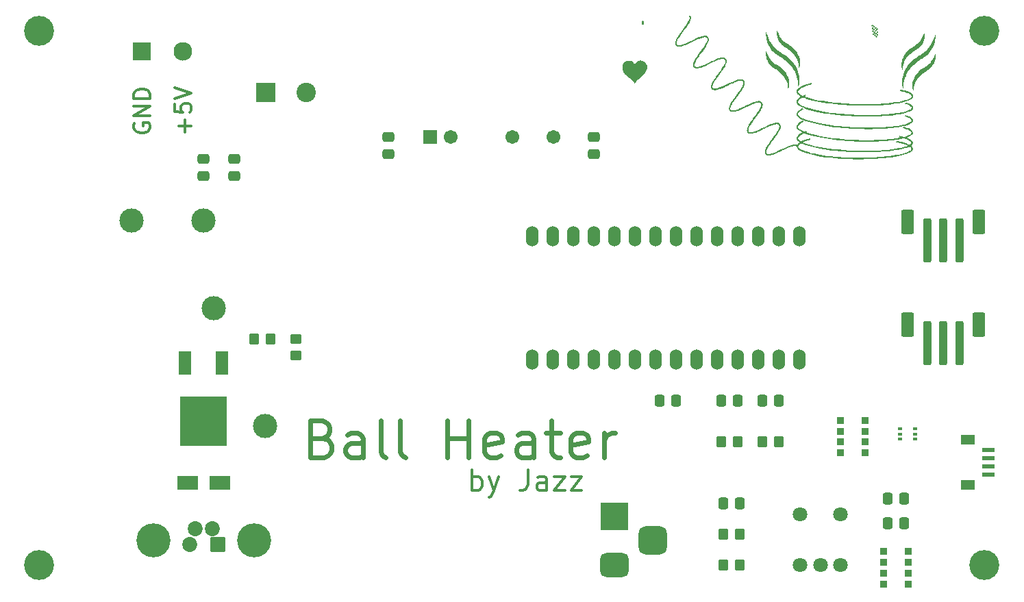
<source format=gbr>
%TF.GenerationSoftware,KiCad,Pcbnew,7.0.8*%
%TF.CreationDate,2023-10-18T14:23:47-04:00*%
%TF.ProjectId,ball_heater_controller,62616c6c-5f68-4656-9174-65725f636f6e,rev?*%
%TF.SameCoordinates,Original*%
%TF.FileFunction,Soldermask,Top*%
%TF.FilePolarity,Negative*%
%FSLAX46Y46*%
G04 Gerber Fmt 4.6, Leading zero omitted, Abs format (unit mm)*
G04 Created by KiCad (PCBNEW 7.0.8) date 2023-10-18 14:23:47*
%MOMM*%
%LPD*%
G01*
G04 APERTURE LIST*
G04 Aperture macros list*
%AMRoundRect*
0 Rectangle with rounded corners*
0 $1 Rounding radius*
0 $2 $3 $4 $5 $6 $7 $8 $9 X,Y pos of 4 corners*
0 Add a 4 corners polygon primitive as box body*
4,1,4,$2,$3,$4,$5,$6,$7,$8,$9,$2,$3,0*
0 Add four circle primitives for the rounded corners*
1,1,$1+$1,$2,$3*
1,1,$1+$1,$4,$5*
1,1,$1+$1,$6,$7*
1,1,$1+$1,$8,$9*
0 Add four rect primitives between the rounded corners*
20,1,$1+$1,$2,$3,$4,$5,0*
20,1,$1+$1,$4,$5,$6,$7,0*
20,1,$1+$1,$6,$7,$8,$9,0*
20,1,$1+$1,$8,$9,$2,$3,0*%
G04 Aperture macros list end*
%ADD10C,0.304800*%
%ADD11C,0.584200*%
%ADD12RoundRect,0.250000X0.350000X0.450000X-0.350000X0.450000X-0.350000X-0.450000X0.350000X-0.450000X0*%
%ADD13R,1.800000X1.200000*%
%ADD14R,1.600000X0.600000*%
%ADD15RoundRect,0.250000X-0.350000X-0.450000X0.350000X-0.450000X0.350000X0.450000X-0.350000X0.450000X0*%
%ADD16RoundRect,0.250000X-0.250000X-2.500000X0.250000X-2.500000X0.250000X2.500000X-0.250000X2.500000X0*%
%ADD17RoundRect,0.250000X-0.550000X-1.250000X0.550000X-1.250000X0.550000X1.250000X-0.550000X1.250000X0*%
%ADD18R,0.900000X0.900000*%
%ADD19C,3.700000*%
%ADD20R,1.600000X3.000000*%
%ADD21R,5.800000X6.200000*%
%ADD22R,2.500000X1.700000*%
%ADD23RoundRect,0.250000X-0.475000X0.337500X-0.475000X-0.337500X0.475000X-0.337500X0.475000X0.337500X0*%
%ADD24RoundRect,0.250000X0.450000X-0.350000X0.450000X0.350000X-0.450000X0.350000X-0.450000X-0.350000X0*%
%ADD25O,1.524000X2.540000*%
%ADD26C,3.000000*%
%ADD27RoundRect,0.102000X0.825000X0.825000X-0.825000X0.825000X-0.825000X-0.825000X0.825000X-0.825000X0*%
%ADD28C,1.854000*%
%ADD29C,4.220000*%
%ADD30C,1.800000*%
%ADD31RoundRect,0.250000X0.337500X0.475000X-0.337500X0.475000X-0.337500X-0.475000X0.337500X-0.475000X0*%
%ADD32RoundRect,0.102000X-0.754000X-0.754000X0.754000X-0.754000X0.754000X0.754000X-0.754000X0.754000X0*%
%ADD33C,1.712000*%
%ADD34RoundRect,0.250000X-0.337500X-0.475000X0.337500X-0.475000X0.337500X0.475000X-0.337500X0.475000X0*%
%ADD35R,0.600000X0.420000*%
%ADD36R,2.400000X2.400000*%
%ADD37C,2.400000*%
%ADD38R,3.500000X3.500000*%
%ADD39RoundRect,0.750000X1.000000X-0.750000X1.000000X0.750000X-1.000000X0.750000X-1.000000X-0.750000X0*%
%ADD40RoundRect,0.875000X0.875000X-0.875000X0.875000X0.875000X-0.875000X0.875000X-0.875000X-0.875000X0*%
%ADD41R,2.200000X2.200000*%
%ADD42C,2.300000*%
G04 APERTURE END LIST*
D10*
X134790287Y-112703302D02*
X134790287Y-110163302D01*
X134790287Y-111130921D02*
X135032192Y-111009969D01*
X135032192Y-111009969D02*
X135516002Y-111009969D01*
X135516002Y-111009969D02*
X135757906Y-111130921D01*
X135757906Y-111130921D02*
X135878859Y-111251873D01*
X135878859Y-111251873D02*
X135999811Y-111493778D01*
X135999811Y-111493778D02*
X135999811Y-112219492D01*
X135999811Y-112219492D02*
X135878859Y-112461397D01*
X135878859Y-112461397D02*
X135757906Y-112582350D01*
X135757906Y-112582350D02*
X135516002Y-112703302D01*
X135516002Y-112703302D02*
X135032192Y-112703302D01*
X135032192Y-112703302D02*
X134790287Y-112582350D01*
X136846478Y-111009969D02*
X137451240Y-112703302D01*
X138056001Y-111009969D02*
X137451240Y-112703302D01*
X137451240Y-112703302D02*
X137209335Y-113308064D01*
X137209335Y-113308064D02*
X137088382Y-113429016D01*
X137088382Y-113429016D02*
X136846478Y-113549969D01*
X141684573Y-110163302D02*
X141684573Y-111977588D01*
X141684573Y-111977588D02*
X141563620Y-112340445D01*
X141563620Y-112340445D02*
X141321716Y-112582350D01*
X141321716Y-112582350D02*
X140958858Y-112703302D01*
X140958858Y-112703302D02*
X140716954Y-112703302D01*
X143982668Y-112703302D02*
X143982668Y-111372826D01*
X143982668Y-111372826D02*
X143861715Y-111130921D01*
X143861715Y-111130921D02*
X143619811Y-111009969D01*
X143619811Y-111009969D02*
X143136001Y-111009969D01*
X143136001Y-111009969D02*
X142894096Y-111130921D01*
X143982668Y-112582350D02*
X143740763Y-112703302D01*
X143740763Y-112703302D02*
X143136001Y-112703302D01*
X143136001Y-112703302D02*
X142894096Y-112582350D01*
X142894096Y-112582350D02*
X142773144Y-112340445D01*
X142773144Y-112340445D02*
X142773144Y-112098540D01*
X142773144Y-112098540D02*
X142894096Y-111856635D01*
X142894096Y-111856635D02*
X143136001Y-111735683D01*
X143136001Y-111735683D02*
X143740763Y-111735683D01*
X143740763Y-111735683D02*
X143982668Y-111614730D01*
X144950287Y-111009969D02*
X146280763Y-111009969D01*
X146280763Y-111009969D02*
X144950287Y-112703302D01*
X144950287Y-112703302D02*
X146280763Y-112703302D01*
X147006477Y-111009969D02*
X148336953Y-111009969D01*
X148336953Y-111009969D02*
X147006477Y-112703302D01*
X147006477Y-112703302D02*
X148336953Y-112703302D01*
D11*
X116280913Y-106235238D02*
X116934056Y-106452952D01*
X116934056Y-106452952D02*
X117151770Y-106670666D01*
X117151770Y-106670666D02*
X117369484Y-107106095D01*
X117369484Y-107106095D02*
X117369484Y-107759238D01*
X117369484Y-107759238D02*
X117151770Y-108194666D01*
X117151770Y-108194666D02*
X116934056Y-108412381D01*
X116934056Y-108412381D02*
X116498627Y-108630095D01*
X116498627Y-108630095D02*
X114756913Y-108630095D01*
X114756913Y-108630095D02*
X114756913Y-104058095D01*
X114756913Y-104058095D02*
X116280913Y-104058095D01*
X116280913Y-104058095D02*
X116716342Y-104275809D01*
X116716342Y-104275809D02*
X116934056Y-104493523D01*
X116934056Y-104493523D02*
X117151770Y-104928952D01*
X117151770Y-104928952D02*
X117151770Y-105364381D01*
X117151770Y-105364381D02*
X116934056Y-105799809D01*
X116934056Y-105799809D02*
X116716342Y-106017523D01*
X116716342Y-106017523D02*
X116280913Y-106235238D01*
X116280913Y-106235238D02*
X114756913Y-106235238D01*
X121288342Y-108630095D02*
X121288342Y-106235238D01*
X121288342Y-106235238D02*
X121070627Y-105799809D01*
X121070627Y-105799809D02*
X120635199Y-105582095D01*
X120635199Y-105582095D02*
X119764342Y-105582095D01*
X119764342Y-105582095D02*
X119328913Y-105799809D01*
X121288342Y-108412381D02*
X120852913Y-108630095D01*
X120852913Y-108630095D02*
X119764342Y-108630095D01*
X119764342Y-108630095D02*
X119328913Y-108412381D01*
X119328913Y-108412381D02*
X119111199Y-107976952D01*
X119111199Y-107976952D02*
X119111199Y-107541523D01*
X119111199Y-107541523D02*
X119328913Y-107106095D01*
X119328913Y-107106095D02*
X119764342Y-106888381D01*
X119764342Y-106888381D02*
X120852913Y-106888381D01*
X120852913Y-106888381D02*
X121288342Y-106670666D01*
X124118627Y-108630095D02*
X123683198Y-108412381D01*
X123683198Y-108412381D02*
X123465484Y-107976952D01*
X123465484Y-107976952D02*
X123465484Y-104058095D01*
X126513484Y-108630095D02*
X126078055Y-108412381D01*
X126078055Y-108412381D02*
X125860341Y-107976952D01*
X125860341Y-107976952D02*
X125860341Y-104058095D01*
X131738627Y-108630095D02*
X131738627Y-104058095D01*
X131738627Y-106235238D02*
X134351198Y-106235238D01*
X134351198Y-108630095D02*
X134351198Y-104058095D01*
X138270055Y-108412381D02*
X137834627Y-108630095D01*
X137834627Y-108630095D02*
X136963770Y-108630095D01*
X136963770Y-108630095D02*
X136528341Y-108412381D01*
X136528341Y-108412381D02*
X136310627Y-107976952D01*
X136310627Y-107976952D02*
X136310627Y-106235238D01*
X136310627Y-106235238D02*
X136528341Y-105799809D01*
X136528341Y-105799809D02*
X136963770Y-105582095D01*
X136963770Y-105582095D02*
X137834627Y-105582095D01*
X137834627Y-105582095D02*
X138270055Y-105799809D01*
X138270055Y-105799809D02*
X138487770Y-106235238D01*
X138487770Y-106235238D02*
X138487770Y-106670666D01*
X138487770Y-106670666D02*
X136310627Y-107106095D01*
X142406627Y-108630095D02*
X142406627Y-106235238D01*
X142406627Y-106235238D02*
X142188912Y-105799809D01*
X142188912Y-105799809D02*
X141753484Y-105582095D01*
X141753484Y-105582095D02*
X140882627Y-105582095D01*
X140882627Y-105582095D02*
X140447198Y-105799809D01*
X142406627Y-108412381D02*
X141971198Y-108630095D01*
X141971198Y-108630095D02*
X140882627Y-108630095D01*
X140882627Y-108630095D02*
X140447198Y-108412381D01*
X140447198Y-108412381D02*
X140229484Y-107976952D01*
X140229484Y-107976952D02*
X140229484Y-107541523D01*
X140229484Y-107541523D02*
X140447198Y-107106095D01*
X140447198Y-107106095D02*
X140882627Y-106888381D01*
X140882627Y-106888381D02*
X141971198Y-106888381D01*
X141971198Y-106888381D02*
X142406627Y-106670666D01*
X143930626Y-105582095D02*
X145672340Y-105582095D01*
X144583769Y-104058095D02*
X144583769Y-107976952D01*
X144583769Y-107976952D02*
X144801483Y-108412381D01*
X144801483Y-108412381D02*
X145236912Y-108630095D01*
X145236912Y-108630095D02*
X145672340Y-108630095D01*
X148938054Y-108412381D02*
X148502626Y-108630095D01*
X148502626Y-108630095D02*
X147631769Y-108630095D01*
X147631769Y-108630095D02*
X147196340Y-108412381D01*
X147196340Y-108412381D02*
X146978626Y-107976952D01*
X146978626Y-107976952D02*
X146978626Y-106235238D01*
X146978626Y-106235238D02*
X147196340Y-105799809D01*
X147196340Y-105799809D02*
X147631769Y-105582095D01*
X147631769Y-105582095D02*
X148502626Y-105582095D01*
X148502626Y-105582095D02*
X148938054Y-105799809D01*
X148938054Y-105799809D02*
X149155769Y-106235238D01*
X149155769Y-106235238D02*
X149155769Y-106670666D01*
X149155769Y-106670666D02*
X146978626Y-107106095D01*
X151115197Y-108630095D02*
X151115197Y-105582095D01*
X151115197Y-106452952D02*
X151332911Y-106017523D01*
X151332911Y-106017523D02*
X151550626Y-105799809D01*
X151550626Y-105799809D02*
X151986054Y-105582095D01*
X151986054Y-105582095D02*
X152421483Y-105582095D01*
D10*
X99291376Y-68403664D02*
X99291376Y-66855474D01*
X100065471Y-67629569D02*
X98517281Y-67629569D01*
X98033471Y-64920235D02*
X98033471Y-65887854D01*
X98033471Y-65887854D02*
X99001090Y-65984616D01*
X99001090Y-65984616D02*
X98904329Y-65887854D01*
X98904329Y-65887854D02*
X98807567Y-65694330D01*
X98807567Y-65694330D02*
X98807567Y-65210521D01*
X98807567Y-65210521D02*
X98904329Y-65016997D01*
X98904329Y-65016997D02*
X99001090Y-64920235D01*
X99001090Y-64920235D02*
X99194614Y-64823473D01*
X99194614Y-64823473D02*
X99678424Y-64823473D01*
X99678424Y-64823473D02*
X99871948Y-64920235D01*
X99871948Y-64920235D02*
X99968710Y-65016997D01*
X99968710Y-65016997D02*
X100065471Y-65210521D01*
X100065471Y-65210521D02*
X100065471Y-65694330D01*
X100065471Y-65694330D02*
X99968710Y-65887854D01*
X99968710Y-65887854D02*
X99871948Y-65984616D01*
X98033471Y-64242902D02*
X100065471Y-63565568D01*
X100065471Y-63565568D02*
X98033471Y-62888235D01*
X93050233Y-67339283D02*
X92953471Y-67532807D01*
X92953471Y-67532807D02*
X92953471Y-67823093D01*
X92953471Y-67823093D02*
X93050233Y-68113378D01*
X93050233Y-68113378D02*
X93243757Y-68306902D01*
X93243757Y-68306902D02*
X93437281Y-68403664D01*
X93437281Y-68403664D02*
X93824329Y-68500426D01*
X93824329Y-68500426D02*
X94114614Y-68500426D01*
X94114614Y-68500426D02*
X94501662Y-68403664D01*
X94501662Y-68403664D02*
X94695186Y-68306902D01*
X94695186Y-68306902D02*
X94888710Y-68113378D01*
X94888710Y-68113378D02*
X94985471Y-67823093D01*
X94985471Y-67823093D02*
X94985471Y-67629569D01*
X94985471Y-67629569D02*
X94888710Y-67339283D01*
X94888710Y-67339283D02*
X94791948Y-67242521D01*
X94791948Y-67242521D02*
X94114614Y-67242521D01*
X94114614Y-67242521D02*
X94114614Y-67629569D01*
X94985471Y-66371664D02*
X92953471Y-66371664D01*
X92953471Y-66371664D02*
X94985471Y-65210521D01*
X94985471Y-65210521D02*
X92953471Y-65210521D01*
X94985471Y-64242902D02*
X92953471Y-64242902D01*
X92953471Y-64242902D02*
X92953471Y-63759092D01*
X92953471Y-63759092D02*
X93050233Y-63468807D01*
X93050233Y-63468807D02*
X93243757Y-63275283D01*
X93243757Y-63275283D02*
X93437281Y-63178521D01*
X93437281Y-63178521D02*
X93824329Y-63081759D01*
X93824329Y-63081759D02*
X94114614Y-63081759D01*
X94114614Y-63081759D02*
X94501662Y-63178521D01*
X94501662Y-63178521D02*
X94695186Y-63275283D01*
X94695186Y-63275283D02*
X94888710Y-63468807D01*
X94888710Y-63468807D02*
X94985471Y-63759092D01*
X94985471Y-63759092D02*
X94985471Y-64242902D01*
%TO.C,G\u002A\u002A\u002A*%
G36*
X184326608Y-55498852D02*
G01*
X184388430Y-55550788D01*
X184344272Y-55639835D01*
X184300113Y-55728882D01*
X184233876Y-55675291D01*
X184185982Y-55627649D01*
X184170760Y-55584189D01*
X184187468Y-55537614D01*
X184216212Y-55500973D01*
X184264787Y-55446916D01*
X184326608Y-55498852D01*
G37*
G36*
X184911750Y-55942927D02*
G01*
X184955662Y-55972288D01*
X185017130Y-56019172D01*
X184959851Y-56078269D01*
X184909076Y-56121728D01*
X184865592Y-56134521D01*
X184820828Y-56117550D01*
X184792584Y-56095877D01*
X184744350Y-56054388D01*
X184784208Y-55989896D01*
X184822130Y-55943131D01*
X184862588Y-55927686D01*
X184911750Y-55942927D01*
G37*
G36*
X184261807Y-55106812D02*
G01*
X184312965Y-55155492D01*
X184338609Y-55190554D01*
X184340438Y-55220906D01*
X184320149Y-55255458D01*
X184295698Y-55284627D01*
X184247123Y-55340220D01*
X184190119Y-55301623D01*
X184143759Y-55264856D01*
X184125344Y-55230309D01*
X184133046Y-55187822D01*
X184160194Y-55135421D01*
X184206399Y-55056578D01*
X184261807Y-55106812D01*
G37*
G36*
X184679981Y-55434821D02*
G01*
X184718348Y-55457308D01*
X184789783Y-55504582D01*
X184731365Y-55564854D01*
X184675188Y-55610361D01*
X184625174Y-55622311D01*
X184577642Y-55601076D01*
X184557510Y-55582328D01*
X184531799Y-55552046D01*
X184527552Y-55528646D01*
X184543381Y-55495438D01*
X184549421Y-55485156D01*
X184587011Y-55437208D01*
X184628386Y-55420783D01*
X184679981Y-55434821D01*
G37*
G36*
X184379761Y-55839981D02*
G01*
X184409064Y-55856587D01*
X184441766Y-55878304D01*
X184455199Y-55897018D01*
X184448247Y-55920879D01*
X184419798Y-55958041D01*
X184390606Y-55991643D01*
X184355652Y-56022724D01*
X184322167Y-56027268D01*
X184281220Y-56004588D01*
X184253151Y-55981035D01*
X184196799Y-55930685D01*
X184236411Y-55875055D01*
X184277308Y-55833243D01*
X184322896Y-55821787D01*
X184379761Y-55839981D01*
G37*
G36*
X184853128Y-55573152D02*
G01*
X184901989Y-55620056D01*
X184919381Y-55663203D01*
X184907064Y-55710829D01*
X184888956Y-55740902D01*
X184861440Y-55778286D01*
X184842168Y-55799007D01*
X184838848Y-55800542D01*
X184819905Y-55790930D01*
X184783858Y-55768275D01*
X184772841Y-55760920D01*
X184727651Y-55715644D01*
X184716938Y-55663747D01*
X184740639Y-55604491D01*
X184756966Y-55581983D01*
X184798553Y-55530008D01*
X184853128Y-55573152D01*
G37*
G36*
X184554591Y-55994889D02*
G01*
X184591631Y-56030597D01*
X184608959Y-56066325D01*
X184609223Y-56070246D01*
X184601734Y-56101100D01*
X184583445Y-56144067D01*
X184560621Y-56187019D01*
X184539531Y-56217828D01*
X184528912Y-56225683D01*
X184512867Y-56215089D01*
X184479786Y-56188183D01*
X184459222Y-56170444D01*
X184417240Y-56123979D01*
X184406807Y-56081120D01*
X184427925Y-56034546D01*
X184459256Y-55998102D01*
X184499958Y-55955987D01*
X184554591Y-55994889D01*
G37*
G36*
X184656356Y-55740850D02*
G01*
X184691489Y-55765337D01*
X184707551Y-55777362D01*
X184754126Y-55825285D01*
X184765673Y-55872918D01*
X184742372Y-55922849D01*
X184719487Y-55947797D01*
X184670779Y-55994461D01*
X184613506Y-55958198D01*
X184572881Y-55922946D01*
X184556273Y-55887560D01*
X184556233Y-55886012D01*
X184563915Y-55854308D01*
X184582684Y-55811031D01*
X184606122Y-55768287D01*
X184627814Y-55738182D01*
X184638338Y-55731107D01*
X184656356Y-55740850D01*
G37*
G36*
X184790468Y-56481320D02*
G01*
X184828437Y-56520421D01*
X184852060Y-56553073D01*
X184855993Y-56564803D01*
X184845683Y-56586832D01*
X184820990Y-56622274D01*
X184790477Y-56660415D01*
X184762709Y-56690542D01*
X184746364Y-56701960D01*
X184731069Y-56691542D01*
X184699507Y-56666752D01*
X184693124Y-56661554D01*
X184656379Y-56620676D01*
X184647463Y-56576056D01*
X184665999Y-56519969D01*
X184684578Y-56486637D01*
X184724426Y-56420817D01*
X184790468Y-56481320D01*
G37*
G36*
X184424520Y-55225373D02*
G01*
X184453059Y-55248737D01*
X184485875Y-55281523D01*
X184513778Y-55314892D01*
X184523530Y-55329975D01*
X184529240Y-55363126D01*
X184511717Y-55407613D01*
X184502804Y-55422708D01*
X184470274Y-55466833D01*
X184440020Y-55480237D01*
X184401537Y-55464873D01*
X184375183Y-55446460D01*
X184335635Y-55400705D01*
X184330399Y-55347627D01*
X184359436Y-55286555D01*
X184365222Y-55278656D01*
X184392170Y-55243089D01*
X184408390Y-55221672D01*
X184409450Y-55220270D01*
X184424520Y-55225373D01*
G37*
G36*
X184599962Y-56337755D02*
G01*
X184627350Y-56351710D01*
X184669418Y-56378940D01*
X184694477Y-56402089D01*
X184697540Y-56409019D01*
X184683931Y-56438895D01*
X184650936Y-56475047D01*
X184610310Y-56507063D01*
X184573803Y-56524531D01*
X184566176Y-56525403D01*
X184528907Y-56513758D01*
X184485778Y-56485999D01*
X184480548Y-56481562D01*
X184449245Y-56451484D01*
X184441884Y-56429697D01*
X184455288Y-56401850D01*
X184460970Y-56393086D01*
X184503027Y-56342762D01*
X184546571Y-56325011D01*
X184599962Y-56337755D01*
G37*
G36*
X155918142Y-54628337D02*
G01*
X155978019Y-54666684D01*
X156018645Y-54732882D01*
X156040747Y-54828201D01*
X156042512Y-54845119D01*
X156041722Y-54942073D01*
X156023330Y-55030371D01*
X155990037Y-55101052D01*
X155953751Y-55139412D01*
X155912036Y-55162102D01*
X155876332Y-55159742D01*
X155837574Y-55137074D01*
X155793946Y-55090627D01*
X155765066Y-55027257D01*
X155749965Y-54953075D01*
X155747676Y-54874191D01*
X155757231Y-54796715D01*
X155777662Y-54726758D01*
X155808002Y-54670431D01*
X155847282Y-54633844D01*
X155894536Y-54623108D01*
X155918142Y-54628337D01*
G37*
G36*
X184468494Y-55584281D02*
G01*
X184500935Y-55613879D01*
X184535806Y-55650681D01*
X184563364Y-55684433D01*
X184573896Y-55704360D01*
X184564952Y-55727290D01*
X184543469Y-55763858D01*
X184517468Y-55802048D01*
X184494973Y-55829839D01*
X184485579Y-55836669D01*
X184466413Y-55827914D01*
X184429933Y-55806420D01*
X184419341Y-55799729D01*
X184378841Y-55764342D01*
X184361997Y-55728957D01*
X184361935Y-55727042D01*
X184370035Y-55692942D01*
X184389867Y-55648654D01*
X184414730Y-55606206D01*
X184437926Y-55577625D01*
X184448228Y-55572136D01*
X184468494Y-55584281D01*
G37*
G36*
X184383083Y-56180942D02*
G01*
X184427876Y-56201169D01*
X184470276Y-56226587D01*
X184498298Y-56250414D01*
X184503243Y-56260621D01*
X184491385Y-56278019D01*
X184462484Y-56308625D01*
X184426546Y-56342924D01*
X184393581Y-56371402D01*
X184373595Y-56384548D01*
X184372765Y-56384654D01*
X184356062Y-56375728D01*
X184321260Y-56353466D01*
X184308503Y-56344911D01*
X184269575Y-56315086D01*
X184245868Y-56290455D01*
X184243593Y-56286076D01*
X184249544Y-56256096D01*
X184275387Y-56219603D01*
X184310592Y-56188045D01*
X184344628Y-56172870D01*
X184347885Y-56172693D01*
X184383083Y-56180942D01*
G37*
G36*
X184731403Y-56130045D02*
G01*
X184778613Y-56156890D01*
X184834394Y-56193962D01*
X184889529Y-56234987D01*
X184934802Y-56273689D01*
X184948442Y-56287505D01*
X184986815Y-56341065D01*
X184993513Y-56388666D01*
X184968863Y-56439317D01*
X184954577Y-56457439D01*
X184911335Y-56508829D01*
X184848596Y-56453743D01*
X184811565Y-56418634D01*
X184789037Y-56392273D01*
X184785857Y-56385289D01*
X184794994Y-56363707D01*
X184818005Y-56325055D01*
X184830016Y-56306849D01*
X184861802Y-56257553D01*
X184871270Y-56235242D01*
X184857947Y-56239139D01*
X184821358Y-56268463D01*
X184811738Y-56276843D01*
X184746343Y-56320816D01*
X184689375Y-56331015D01*
X184641669Y-56307484D01*
X184611931Y-56266705D01*
X184602259Y-56236795D01*
X184612056Y-56207332D01*
X184637352Y-56173972D01*
X184670716Y-56139489D01*
X184697258Y-56120803D01*
X184701980Y-56119702D01*
X184731403Y-56130045D01*
G37*
G36*
X192078671Y-58723300D02*
G01*
X192086217Y-58775089D01*
X192092253Y-58846220D01*
X192095502Y-58915721D01*
X192086408Y-59145962D01*
X192046932Y-59383147D01*
X191979281Y-59620583D01*
X191885661Y-59851576D01*
X191768279Y-60069433D01*
X191665031Y-60221439D01*
X191553081Y-60358016D01*
X191427434Y-60486130D01*
X191283628Y-60609415D01*
X191117206Y-60731502D01*
X190923706Y-60856025D01*
X190786849Y-60936811D01*
X190537995Y-61098641D01*
X190301722Y-61290042D01*
X190083263Y-61506029D01*
X189887848Y-61741619D01*
X189780365Y-61895641D01*
X189638715Y-62137184D01*
X189526845Y-62381831D01*
X189442600Y-62635982D01*
X189383823Y-62906039D01*
X189350583Y-63171823D01*
X189340475Y-63244790D01*
X189326190Y-63283112D01*
X189308229Y-63286632D01*
X189287094Y-63255192D01*
X189266218Y-63198319D01*
X189236219Y-63093833D01*
X189215555Y-63000510D01*
X189202758Y-62907161D01*
X189196361Y-62802600D01*
X189194898Y-62675637D01*
X189195005Y-62655168D01*
X189203898Y-62452079D01*
X189229214Y-62262872D01*
X189273237Y-62077904D01*
X189338249Y-61887531D01*
X189424032Y-61687488D01*
X189564314Y-61425902D01*
X189733948Y-61182696D01*
X189933344Y-60957446D01*
X190162912Y-60749729D01*
X190423061Y-60559122D01*
X190650113Y-60420563D01*
X190884050Y-60277360D01*
X191093293Y-60124070D01*
X191281000Y-59956975D01*
X191450331Y-59772360D01*
X191604443Y-59566506D01*
X191746496Y-59335698D01*
X191879650Y-59076219D01*
X191975199Y-58861448D01*
X192012467Y-58776788D01*
X192040140Y-58723370D01*
X192059590Y-58698854D01*
X192070534Y-58698844D01*
X192078671Y-58723300D01*
G37*
G36*
X172460309Y-55837468D02*
G01*
X172484912Y-55876407D01*
X172517221Y-55941314D01*
X172559007Y-56035185D01*
X172579980Y-56084376D01*
X172641133Y-56226401D01*
X172694740Y-56343777D01*
X172745288Y-56445069D01*
X172797265Y-56538841D01*
X172855156Y-56633658D01*
X172918731Y-56731027D01*
X173054026Y-56914851D01*
X173205298Y-57083033D01*
X173376890Y-57239362D01*
X173573144Y-57387626D01*
X173798403Y-57531613D01*
X173910558Y-57596114D01*
X174161918Y-57753919D01*
X174393463Y-57934475D01*
X174603423Y-58135018D01*
X174790032Y-58352784D01*
X174951521Y-58585007D01*
X175086124Y-58828923D01*
X175192071Y-59081766D01*
X175267596Y-59340773D01*
X175310932Y-59603179D01*
X175321249Y-59802526D01*
X175315723Y-59986296D01*
X175297734Y-60145655D01*
X175266123Y-60289659D01*
X175253430Y-60332428D01*
X175232190Y-60395050D01*
X175215652Y-60428834D01*
X175200052Y-60439239D01*
X175183903Y-60433258D01*
X175174500Y-60411204D01*
X175165112Y-60362295D01*
X175157145Y-60294975D01*
X175153865Y-60252943D01*
X175118879Y-59979102D01*
X175050108Y-59706927D01*
X174949065Y-59439465D01*
X174817267Y-59179762D01*
X174656227Y-58930864D01*
X174467460Y-58695818D01*
X174287479Y-58510274D01*
X174129669Y-58370711D01*
X173958391Y-58239078D01*
X173766128Y-58109911D01*
X173591289Y-58004176D01*
X173407951Y-57891395D01*
X173252489Y-57781436D01*
X173118327Y-57669323D01*
X173017232Y-57569791D01*
X172836996Y-57353832D01*
X172687866Y-57121685D01*
X172570509Y-56875014D01*
X172485596Y-56615484D01*
X172433793Y-56344762D01*
X172415804Y-56071747D01*
X172416180Y-55984165D01*
X172418247Y-55909553D01*
X172421683Y-55854900D01*
X172426166Y-55827195D01*
X172427152Y-55825511D01*
X172441646Y-55821501D01*
X172460309Y-55837468D01*
G37*
G36*
X171123099Y-58431469D02*
G01*
X171143252Y-58471845D01*
X171168115Y-58529325D01*
X171174129Y-58544225D01*
X171314378Y-58861829D01*
X171469682Y-59147960D01*
X171640539Y-59403332D01*
X171827448Y-59628658D01*
X172030905Y-59824654D01*
X172113696Y-59892400D01*
X172183681Y-59943719D01*
X172274243Y-60005304D01*
X172375028Y-60070355D01*
X172475683Y-60132071D01*
X172503588Y-60148500D01*
X172662930Y-60243604D01*
X172797139Y-60329444D01*
X172913291Y-60411269D01*
X173018463Y-60494327D01*
X173119730Y-60583869D01*
X173216113Y-60677069D01*
X173418763Y-60902050D01*
X173591568Y-61141048D01*
X173733587Y-61391913D01*
X173843873Y-61652495D01*
X173921484Y-61920645D01*
X173965475Y-62194213D01*
X173975844Y-62406984D01*
X173972483Y-62535685D01*
X173963042Y-62657337D01*
X173948478Y-62767984D01*
X173929750Y-62863669D01*
X173907817Y-62940437D01*
X173883638Y-62994331D01*
X173858172Y-63021394D01*
X173832377Y-63017672D01*
X173828648Y-63014325D01*
X173821696Y-62991044D01*
X173817468Y-62945400D01*
X173816873Y-62918454D01*
X173808027Y-62772864D01*
X173783072Y-62607604D01*
X173744387Y-62433108D01*
X173694347Y-62259812D01*
X173635330Y-62098150D01*
X173623782Y-62070732D01*
X173481330Y-61784535D01*
X173308862Y-61516182D01*
X173107576Y-61266966D01*
X172878668Y-61038186D01*
X172623336Y-60831136D01*
X172342777Y-60647113D01*
X172271323Y-60606240D01*
X172017562Y-60447540D01*
X171794009Y-60270573D01*
X171600419Y-60074976D01*
X171436545Y-59860384D01*
X171302141Y-59626435D01*
X171196962Y-59372765D01*
X171120762Y-59099011D01*
X171077489Y-58841258D01*
X171067540Y-58738345D01*
X171066209Y-58654530D01*
X171073543Y-58574640D01*
X171078381Y-58543515D01*
X171090253Y-58481834D01*
X171101756Y-58436612D01*
X171110642Y-58416488D01*
X171111549Y-58416165D01*
X171123099Y-58431469D01*
G37*
G36*
X190735740Y-56098723D02*
G01*
X190741017Y-56105619D01*
X190749263Y-56137733D01*
X190754089Y-56197527D01*
X190755668Y-56277536D01*
X190754175Y-56370297D01*
X190749782Y-56468345D01*
X190742664Y-56564217D01*
X190732993Y-56650449D01*
X190727519Y-56686084D01*
X190701387Y-56807911D01*
X190663657Y-56944276D01*
X190618527Y-57082158D01*
X190570198Y-57208535D01*
X190531658Y-57293389D01*
X190437036Y-57459081D01*
X190320756Y-57626730D01*
X190192760Y-57782493D01*
X190139971Y-57838918D01*
X189998285Y-57974875D01*
X189857259Y-58089334D01*
X189703015Y-58192993D01*
X189607971Y-58249022D01*
X189344406Y-58409305D01*
X189111581Y-58574973D01*
X188904935Y-58750109D01*
X188719907Y-58938798D01*
X188551935Y-59145123D01*
X188457635Y-59278792D01*
X188299385Y-59544099D01*
X188175228Y-59817524D01*
X188084461Y-60101063D01*
X188026386Y-60396711D01*
X188008732Y-60557637D01*
X187998667Y-60637389D01*
X187984440Y-60683644D01*
X187966474Y-60695915D01*
X187945192Y-60673718D01*
X187931942Y-60645954D01*
X187906294Y-60565348D01*
X187883310Y-60458393D01*
X187864515Y-60334048D01*
X187851433Y-60201273D01*
X187848557Y-60155794D01*
X187852381Y-59910002D01*
X187888950Y-59658662D01*
X187956908Y-59405442D01*
X188054898Y-59154009D01*
X188181562Y-58908032D01*
X188335542Y-58671178D01*
X188454761Y-58517678D01*
X188586835Y-58370732D01*
X188731400Y-58233541D01*
X188893611Y-58102005D01*
X189078624Y-57972028D01*
X189291594Y-57839511D01*
X189353102Y-57803604D01*
X189512670Y-57707777D01*
X189647767Y-57617428D01*
X189767107Y-57525924D01*
X189879404Y-57426632D01*
X189981723Y-57325052D01*
X190101180Y-57193627D01*
X190207744Y-57059085D01*
X190305427Y-56915053D01*
X190398243Y-56755156D01*
X190490204Y-56573019D01*
X190579917Y-56374766D01*
X190627165Y-56266996D01*
X190663160Y-56188513D01*
X190689957Y-56135881D01*
X190709615Y-56105663D01*
X190724191Y-56094422D01*
X190735740Y-56098723D01*
G37*
G36*
X155720430Y-59577828D02*
G01*
X155885549Y-59621841D01*
X156032279Y-59694379D01*
X156158060Y-59792421D01*
X156260330Y-59912944D01*
X156336531Y-60052926D01*
X156384101Y-60209346D01*
X156400480Y-60379181D01*
X156400478Y-60380446D01*
X156387878Y-60557854D01*
X156349051Y-60721164D01*
X156281461Y-60877713D01*
X156182570Y-61034840D01*
X156166584Y-61056629D01*
X156121564Y-61114519D01*
X156071701Y-61173059D01*
X156013225Y-61236057D01*
X155942363Y-61307326D01*
X155855345Y-61390674D01*
X155748399Y-61489914D01*
X155639813Y-61588881D01*
X155477200Y-61739413D01*
X155328718Y-61883184D01*
X155197454Y-62016997D01*
X155086494Y-62137653D01*
X154998926Y-62241954D01*
X154961851Y-62291192D01*
X154922926Y-62345123D01*
X154892690Y-62385848D01*
X154876218Y-62406577D01*
X154874710Y-62407880D01*
X154863203Y-62394757D01*
X154836177Y-62359965D01*
X154798939Y-62310372D01*
X154789406Y-62297484D01*
X154708579Y-62194541D01*
X154613588Y-62086423D01*
X154501025Y-61969640D01*
X154367483Y-61840706D01*
X154209555Y-61696132D01*
X154151261Y-61644179D01*
X153995414Y-61504370D01*
X153864698Y-61382974D01*
X153756285Y-61276813D01*
X153667344Y-61182709D01*
X153595047Y-61097485D01*
X153536564Y-61017962D01*
X153489066Y-60940963D01*
X153449724Y-60863309D01*
X153443233Y-60848887D01*
X153408240Y-60752874D01*
X153378069Y-60639138D01*
X153356031Y-60522898D01*
X153345439Y-60419369D01*
X153344967Y-60397406D01*
X153361233Y-60226719D01*
X153408258Y-60068826D01*
X153483379Y-59926909D01*
X153583935Y-59804146D01*
X153707266Y-59703717D01*
X153850709Y-59628804D01*
X154011604Y-59582584D01*
X154029493Y-59579510D01*
X154190514Y-59570808D01*
X154349261Y-59594750D01*
X154500227Y-59648932D01*
X154637905Y-59730949D01*
X154756787Y-59838395D01*
X154825751Y-59927267D01*
X154876694Y-60004176D01*
X154933012Y-59917263D01*
X155029585Y-59799571D01*
X155150052Y-59703179D01*
X155288318Y-59630714D01*
X155438285Y-59584804D01*
X155593860Y-59568077D01*
X155720430Y-59577828D01*
G37*
G36*
X192066834Y-56314291D02*
G01*
X192075553Y-56352898D01*
X192079979Y-56425909D01*
X192080850Y-56499486D01*
X192067216Y-56762546D01*
X192026893Y-57041360D01*
X191973596Y-57280911D01*
X191873961Y-57606475D01*
X191747549Y-57910579D01*
X191593631Y-58194136D01*
X191411479Y-58458060D01*
X191200367Y-58703266D01*
X190959567Y-58930665D01*
X190688351Y-59141172D01*
X190385992Y-59335701D01*
X190296845Y-59386764D01*
X189948015Y-59600476D01*
X189625119Y-59837141D01*
X189328849Y-60096129D01*
X189059896Y-60376811D01*
X188818951Y-60678554D01*
X188714844Y-60828581D01*
X188634402Y-60958729D01*
X188549992Y-61110514D01*
X188466519Y-61273925D01*
X188388890Y-61438951D01*
X188322011Y-61595582D01*
X188270786Y-61733806D01*
X188269838Y-61736670D01*
X188180354Y-62056469D01*
X188120497Y-62381625D01*
X188091552Y-62704359D01*
X188088917Y-62831784D01*
X188087524Y-62911060D01*
X188082709Y-62961159D01*
X188073515Y-62988148D01*
X188062904Y-62996976D01*
X188041611Y-62992472D01*
X188024372Y-62957678D01*
X188019723Y-62941460D01*
X187992151Y-62831139D01*
X187971491Y-62733606D01*
X187956800Y-62640295D01*
X187947140Y-62542642D01*
X187941569Y-62432082D01*
X187939146Y-62300051D01*
X187938812Y-62204751D01*
X187939353Y-62070542D01*
X187941318Y-61963896D01*
X187945262Y-61877063D01*
X187951740Y-61802290D01*
X187961309Y-61731825D01*
X187974523Y-61657917D01*
X187979931Y-61630690D01*
X188063563Y-61303320D01*
X188180420Y-60979543D01*
X188328400Y-60663201D01*
X188505402Y-60358132D01*
X188709324Y-60068178D01*
X188938066Y-59797178D01*
X189042940Y-59688025D01*
X189210574Y-59528974D01*
X189386247Y-59380326D01*
X189575924Y-59237696D01*
X189785572Y-59096695D01*
X190021157Y-58952937D01*
X190120211Y-58895826D01*
X190320724Y-58777082D01*
X190495109Y-58662953D01*
X190651087Y-58547949D01*
X190796381Y-58426577D01*
X190855630Y-58372795D01*
X191087889Y-58134360D01*
X191303036Y-57867147D01*
X191499222Y-57574238D01*
X191674597Y-57258714D01*
X191827312Y-56923657D01*
X191955519Y-56572148D01*
X191976732Y-56504486D01*
X192008769Y-56405185D01*
X192034055Y-56340405D01*
X192053206Y-56310117D01*
X192066834Y-56314291D01*
G37*
G36*
X171107009Y-56045281D02*
G01*
X171122010Y-56066866D01*
X171145234Y-56116550D01*
X171174365Y-56188714D01*
X171207091Y-56277737D01*
X171229207Y-56342021D01*
X171371450Y-56720354D01*
X171535153Y-57070680D01*
X171720392Y-57393116D01*
X171927244Y-57687775D01*
X172155786Y-57954773D01*
X172406096Y-58194224D01*
X172549792Y-58311690D01*
X172600047Y-58350006D01*
X172648071Y-58385127D01*
X172698239Y-58419803D01*
X172754926Y-58456781D01*
X172822507Y-58498811D01*
X172905359Y-58548642D01*
X173007857Y-58609021D01*
X173134375Y-58682698D01*
X173211901Y-58727636D01*
X173537048Y-58934487D01*
X173837889Y-59163782D01*
X174113279Y-59413933D01*
X174362076Y-59683355D01*
X174583134Y-59970459D01*
X174775311Y-60273661D01*
X174937462Y-60591374D01*
X175068442Y-60922010D01*
X175167109Y-61263984D01*
X175215970Y-61507046D01*
X175224601Y-61581185D01*
X175230926Y-61680291D01*
X175234946Y-61796360D01*
X175236664Y-61921388D01*
X175236081Y-62047368D01*
X175233201Y-62166298D01*
X175228024Y-62270171D01*
X175220554Y-62350983D01*
X175215734Y-62381385D01*
X175190096Y-62507204D01*
X175169305Y-62601895D01*
X175152313Y-62669164D01*
X175138072Y-62712715D01*
X175125535Y-62736252D01*
X175113655Y-62743482D01*
X175113361Y-62743485D01*
X175091670Y-62728908D01*
X175087095Y-62712574D01*
X175085906Y-62683164D01*
X175083854Y-62626899D01*
X175081242Y-62552233D01*
X175078736Y-62478534D01*
X175054508Y-62152300D01*
X175003232Y-61841766D01*
X174923171Y-61540228D01*
X174812585Y-61240978D01*
X174688874Y-60974669D01*
X174501953Y-60642665D01*
X174288362Y-60332330D01*
X174047422Y-60042970D01*
X173778452Y-59773891D01*
X173480774Y-59524400D01*
X173153709Y-59293804D01*
X172879192Y-59127423D01*
X172605332Y-58961886D01*
X172362779Y-58792971D01*
X172147517Y-58616980D01*
X171955526Y-58430214D01*
X171782790Y-58228975D01*
X171625291Y-58009564D01*
X171569042Y-57921368D01*
X171450166Y-57704664D01*
X171343766Y-57462289D01*
X171252137Y-57202402D01*
X171177574Y-56933160D01*
X171122372Y-56662720D01*
X171088826Y-56399241D01*
X171079042Y-56179742D01*
X171079770Y-56107120D01*
X171082770Y-56063920D01*
X171089267Y-56044252D01*
X171100486Y-56042226D01*
X171107009Y-56045281D01*
G37*
G36*
X175653493Y-65498243D02*
G01*
X175675319Y-65544829D01*
X175687945Y-65579141D01*
X175689195Y-65586338D01*
X175674555Y-65602706D01*
X175636070Y-65628592D01*
X175581894Y-65658545D01*
X175578799Y-65660113D01*
X175460350Y-65726436D01*
X175348892Y-65801193D01*
X175249919Y-65879750D01*
X175168928Y-65957473D01*
X175111411Y-66029728D01*
X175088387Y-66073703D01*
X175073707Y-66159772D01*
X175093695Y-66248344D01*
X175147815Y-66338984D01*
X175235530Y-66431259D01*
X175356303Y-66524738D01*
X175509599Y-66618985D01*
X175694880Y-66713569D01*
X175911610Y-66808056D01*
X176077791Y-66872444D01*
X176375512Y-66974622D01*
X176706094Y-67073084D01*
X177067227Y-67167450D01*
X177456602Y-67257342D01*
X177871910Y-67342381D01*
X178310844Y-67422190D01*
X178771093Y-67496390D01*
X179250349Y-67564602D01*
X179746304Y-67626448D01*
X180256648Y-67681550D01*
X180779072Y-67729529D01*
X181311269Y-67770006D01*
X181703590Y-67794542D01*
X181990446Y-67809164D01*
X182297716Y-67821741D01*
X182619950Y-67832216D01*
X182951699Y-67840530D01*
X183287513Y-67846625D01*
X183621944Y-67850443D01*
X183949543Y-67851925D01*
X184264860Y-67851013D01*
X184562445Y-67847648D01*
X184836851Y-67841773D01*
X185082626Y-67833329D01*
X185130294Y-67831215D01*
X185641579Y-67803357D01*
X186122260Y-67768622D01*
X186571712Y-67727087D01*
X186989311Y-67678829D01*
X187374433Y-67623926D01*
X187726453Y-67562454D01*
X188044748Y-67494491D01*
X188230225Y-67447690D01*
X188427412Y-67389026D01*
X188603794Y-67325416D01*
X188756833Y-67258198D01*
X188883986Y-67188707D01*
X188982716Y-67118281D01*
X189050481Y-67048257D01*
X189077535Y-67001658D01*
X189085734Y-66938237D01*
X189060344Y-66871824D01*
X189002861Y-66803579D01*
X188914779Y-66734661D01*
X188797591Y-66666228D01*
X188652793Y-66599440D01*
X188481879Y-66535456D01*
X188472253Y-66532210D01*
X188398283Y-66506060D01*
X188337972Y-66482219D01*
X188298515Y-66463691D01*
X188286837Y-66454839D01*
X188286769Y-66424555D01*
X188296459Y-66380455D01*
X188311701Y-66335509D01*
X188328287Y-66302689D01*
X188339065Y-66293833D01*
X188374782Y-66300471D01*
X188435444Y-66318535D01*
X188513646Y-66345250D01*
X188601987Y-66377840D01*
X188693064Y-66413531D01*
X188779473Y-66449547D01*
X188853812Y-66483114D01*
X188884546Y-66498319D01*
X189024887Y-66579290D01*
X189131773Y-66660851D01*
X189207033Y-66745295D01*
X189252497Y-66834911D01*
X189269995Y-66931991D01*
X189269162Y-66979727D01*
X189246470Y-67081066D01*
X189192907Y-67176165D01*
X189107512Y-67265922D01*
X188989322Y-67351237D01*
X188837376Y-67433008D01*
X188736087Y-67478045D01*
X188531495Y-67554003D01*
X188293797Y-67625159D01*
X188024906Y-67691340D01*
X187726739Y-67752377D01*
X187401210Y-67808098D01*
X187050234Y-67858333D01*
X186675726Y-67902911D01*
X186279602Y-67941661D01*
X185863777Y-67974412D01*
X185430164Y-68000994D01*
X184980680Y-68021235D01*
X184517240Y-68034965D01*
X184041758Y-68042014D01*
X183556149Y-68042209D01*
X183062329Y-68035381D01*
X182622088Y-68023413D01*
X182085627Y-68001714D01*
X181557671Y-67972954D01*
X181039611Y-67937408D01*
X180532836Y-67895350D01*
X180038734Y-67847054D01*
X179558694Y-67792794D01*
X179094107Y-67732845D01*
X178646361Y-67667482D01*
X178216844Y-67596978D01*
X177806947Y-67521607D01*
X177418059Y-67441645D01*
X177051567Y-67357365D01*
X176708862Y-67269042D01*
X176391333Y-67176950D01*
X176100369Y-67081363D01*
X175837358Y-66982556D01*
X175603691Y-66880804D01*
X175400756Y-66776379D01*
X175229942Y-66669557D01*
X175092638Y-66560612D01*
X175060872Y-66530249D01*
X174967829Y-66417249D01*
X174909439Y-66300101D01*
X174885772Y-66180551D01*
X174896898Y-66060343D01*
X174942887Y-65941224D01*
X175023810Y-65824937D01*
X175032079Y-65815489D01*
X175104705Y-65745540D01*
X175201679Y-65669197D01*
X175314314Y-65592591D01*
X175433925Y-65521847D01*
X175490106Y-65492354D01*
X175617790Y-65428260D01*
X175653493Y-65498243D01*
G37*
G36*
X176722277Y-62323413D02*
G01*
X176729436Y-62343566D01*
X176739955Y-62383941D01*
X176751016Y-62432040D01*
X176759800Y-62475368D01*
X176763488Y-62501426D01*
X176763044Y-62504162D01*
X176744792Y-62509856D01*
X176700148Y-62522090D01*
X176636971Y-62538739D01*
X176598862Y-62548575D01*
X176397943Y-62604028D01*
X176195176Y-62667342D01*
X175997172Y-62736038D01*
X175810541Y-62807639D01*
X175641893Y-62879664D01*
X175497840Y-62949635D01*
X175431639Y-62986258D01*
X175311073Y-63065181D01*
X175210973Y-63147639D01*
X175134097Y-63230336D01*
X175083199Y-63309979D01*
X175061038Y-63383275D01*
X175063419Y-63426257D01*
X175099514Y-63511080D01*
X175168095Y-63599281D01*
X175266776Y-63688603D01*
X175393167Y-63776788D01*
X175498006Y-63837250D01*
X175627373Y-63906482D01*
X175768681Y-63846675D01*
X175835271Y-63819468D01*
X175890780Y-63798578D01*
X175926239Y-63787314D01*
X175932505Y-63786248D01*
X175956229Y-63802849D01*
X175980241Y-63852297D01*
X175999615Y-63917033D01*
X176001652Y-63945888D01*
X175983982Y-63964563D01*
X175944653Y-63980144D01*
X175916257Y-63990374D01*
X175900818Y-63999911D01*
X175901478Y-64010515D01*
X175921377Y-64023947D01*
X175963659Y-64041966D01*
X176031464Y-64066332D01*
X176127935Y-64098806D01*
X176197467Y-64121788D01*
X176522668Y-64220893D01*
X176880430Y-64314855D01*
X177268326Y-64403409D01*
X177683930Y-64486293D01*
X178124814Y-64563242D01*
X178588552Y-64633994D01*
X179072717Y-64698284D01*
X179574882Y-64755848D01*
X180092620Y-64806424D01*
X180623504Y-64849748D01*
X181165107Y-64885555D01*
X181715002Y-64913583D01*
X182270763Y-64933567D01*
X182829963Y-64945245D01*
X183390174Y-64948352D01*
X183779042Y-64945321D01*
X184400753Y-64932244D01*
X184988561Y-64910094D01*
X185542714Y-64878847D01*
X186063458Y-64838480D01*
X186551039Y-64788969D01*
X187005704Y-64730290D01*
X187427700Y-64662419D01*
X187817272Y-64585333D01*
X188035927Y-64534556D01*
X188282865Y-64468625D01*
X188499030Y-64400225D01*
X188683771Y-64329705D01*
X188836440Y-64257414D01*
X188956386Y-64183700D01*
X189042960Y-64108911D01*
X189095513Y-64033396D01*
X189113394Y-63957502D01*
X189113396Y-63956794D01*
X189097585Y-63904809D01*
X189053222Y-63845028D01*
X188984909Y-63781848D01*
X188897251Y-63719666D01*
X188817667Y-63674304D01*
X188689849Y-63613932D01*
X188544691Y-63556080D01*
X188378759Y-63499678D01*
X188188619Y-63443657D01*
X187970838Y-63386949D01*
X187721983Y-63328484D01*
X187668151Y-63316480D01*
X187644978Y-63306062D01*
X187635322Y-63283664D01*
X187638794Y-63242625D01*
X187655002Y-63176280D01*
X187659080Y-63161709D01*
X187665370Y-63148524D01*
X187678244Y-63140471D01*
X187701924Y-63138098D01*
X187740631Y-63141952D01*
X187798586Y-63152584D01*
X187880010Y-63170542D01*
X187989126Y-63196373D01*
X188062422Y-63214123D01*
X188335958Y-63286504D01*
X188574641Y-63362237D01*
X188778806Y-63441550D01*
X188948788Y-63524675D01*
X189084924Y-63611841D01*
X189187548Y-63703278D01*
X189256996Y-63799215D01*
X189293603Y-63899884D01*
X189297705Y-64005513D01*
X189289002Y-64054863D01*
X189255017Y-64135738D01*
X189193922Y-64220791D01*
X189112047Y-64302797D01*
X189015716Y-64374528D01*
X189001392Y-64383366D01*
X188830343Y-64473336D01*
X188625098Y-64558310D01*
X188386453Y-64638155D01*
X188115202Y-64712736D01*
X187812142Y-64781917D01*
X187478066Y-64845564D01*
X187113772Y-64903542D01*
X186720053Y-64955715D01*
X186297705Y-65001949D01*
X185847523Y-65042110D01*
X185370303Y-65076061D01*
X184866840Y-65103669D01*
X184715204Y-65110505D01*
X184585942Y-65114985D01*
X184426327Y-65118768D01*
X184241325Y-65121855D01*
X184035903Y-65124244D01*
X183815027Y-65125938D01*
X183583663Y-65126937D01*
X183346779Y-65127241D01*
X183109341Y-65126851D01*
X182876315Y-65125767D01*
X182652668Y-65123990D01*
X182443366Y-65121520D01*
X182253376Y-65118358D01*
X182087665Y-65114505D01*
X181957286Y-65110206D01*
X181363573Y-65082353D01*
X180785155Y-65046811D01*
X180223629Y-65003820D01*
X179680590Y-64953622D01*
X179157633Y-64896458D01*
X178656354Y-64832568D01*
X178178350Y-64762193D01*
X177725214Y-64685575D01*
X177298544Y-64602953D01*
X176899934Y-64514569D01*
X176530981Y-64420663D01*
X176193279Y-64321477D01*
X175888425Y-64217252D01*
X175788150Y-64178985D01*
X175719127Y-64152399D01*
X175666382Y-64136391D01*
X175621969Y-64132426D01*
X175577940Y-64141972D01*
X175526350Y-64166495D01*
X175459252Y-64207462D01*
X175389981Y-64252464D01*
X175259659Y-64346336D01*
X175163905Y-64436028D01*
X175102387Y-64522838D01*
X175074773Y-64608064D01*
X175080732Y-64693004D01*
X175119932Y-64778955D01*
X175192041Y-64867216D01*
X175224785Y-64898704D01*
X175353735Y-64999968D01*
X175516551Y-65099680D01*
X175711795Y-65197534D01*
X175938027Y-65293223D01*
X176193809Y-65386443D01*
X176477703Y-65476886D01*
X176788268Y-65564248D01*
X177124067Y-65648223D01*
X177483662Y-65728504D01*
X177865612Y-65804786D01*
X178268479Y-65876763D01*
X178690826Y-65944129D01*
X179131212Y-66006579D01*
X179588199Y-66063807D01*
X180060349Y-66115506D01*
X180546222Y-66161372D01*
X181044380Y-66201097D01*
X181491629Y-66230725D01*
X181826039Y-66249435D01*
X182147507Y-66264481D01*
X182463271Y-66276025D01*
X182780564Y-66284229D01*
X183106624Y-66289254D01*
X183448683Y-66291262D01*
X183813980Y-66290415D01*
X184070489Y-66288379D01*
X184321123Y-66285707D01*
X184541576Y-66282830D01*
X184736994Y-66279537D01*
X184912523Y-66275618D01*
X185073307Y-66270864D01*
X185224494Y-66265063D01*
X185371230Y-66258005D01*
X185518658Y-66249481D01*
X185671927Y-66239279D01*
X185836181Y-66227190D01*
X186016566Y-66213003D01*
X186119446Y-66204645D01*
X186489440Y-66170802D01*
X186841221Y-66131529D01*
X187173286Y-66087191D01*
X187484135Y-66038152D01*
X187772265Y-65984778D01*
X188036175Y-65927434D01*
X188274362Y-65866485D01*
X188485326Y-65802295D01*
X188667564Y-65735230D01*
X188819575Y-65665655D01*
X188939857Y-65593934D01*
X189026908Y-65520434D01*
X189050982Y-65492087D01*
X189089479Y-65429200D01*
X189099742Y-65373566D01*
X189080927Y-65317357D01*
X189032191Y-65252742D01*
X189024242Y-65243998D01*
X188944023Y-65174832D01*
X188831489Y-65105236D01*
X188689592Y-65036776D01*
X188521288Y-64971018D01*
X188486344Y-64958882D01*
X188409403Y-64932430D01*
X188345710Y-64910101D01*
X188302134Y-64894333D01*
X188285640Y-64887662D01*
X188286256Y-64870210D01*
X188292940Y-64831266D01*
X188303007Y-64783191D01*
X188313769Y-64738345D01*
X188322537Y-64709091D01*
X188325547Y-64704125D01*
X188342605Y-64709412D01*
X188386653Y-64723843D01*
X188451202Y-64745275D01*
X188529766Y-64771565D01*
X188537803Y-64774264D01*
X188749511Y-64853302D01*
X188926216Y-64936449D01*
X189068011Y-65023800D01*
X189174992Y-65115451D01*
X189247254Y-65211497D01*
X189284890Y-65312034D01*
X189287995Y-65417157D01*
X189264608Y-65507458D01*
X189214951Y-65593059D01*
X189132639Y-65678740D01*
X189020300Y-65762769D01*
X188880559Y-65843410D01*
X188716044Y-65918931D01*
X188544998Y-65982422D01*
X188289048Y-66059444D01*
X188000131Y-66130590D01*
X187680140Y-66195704D01*
X187330968Y-66254630D01*
X186954509Y-66307212D01*
X186552656Y-66353293D01*
X186127302Y-66392716D01*
X185680342Y-66425327D01*
X185213668Y-66450968D01*
X184729173Y-66469483D01*
X184228752Y-66480716D01*
X183714297Y-66484510D01*
X183187702Y-66480710D01*
X182650860Y-66469159D01*
X182648583Y-66469093D01*
X181963331Y-66442935D01*
X181277468Y-66403970D01*
X180598368Y-66352804D01*
X179933400Y-66290037D01*
X179289937Y-66216272D01*
X178868611Y-66160164D01*
X178420092Y-66092748D01*
X177993385Y-66020379D01*
X177589554Y-65943399D01*
X177209666Y-65862146D01*
X176854785Y-65776958D01*
X176525978Y-65688177D01*
X176224308Y-65596140D01*
X175950841Y-65501188D01*
X175706642Y-65403659D01*
X175492778Y-65303893D01*
X175310312Y-65202229D01*
X175160310Y-65099007D01*
X175043838Y-64994566D01*
X174984195Y-64922830D01*
X174916160Y-64803695D01*
X174883383Y-64685706D01*
X174885808Y-64569026D01*
X174923381Y-64453818D01*
X174996046Y-64340244D01*
X175103747Y-64228468D01*
X175246430Y-64118652D01*
X175260570Y-64109147D01*
X175408548Y-64010685D01*
X175293775Y-63941949D01*
X175188823Y-63871257D01*
X175089994Y-63790303D01*
X175005581Y-63706662D01*
X174943876Y-63627915D01*
X174935776Y-63614771D01*
X174891703Y-63506118D01*
X174878164Y-63388582D01*
X174895641Y-63271853D01*
X174915992Y-63217185D01*
X174984998Y-63105955D01*
X175089027Y-62996967D01*
X175227837Y-62890371D01*
X175401188Y-62786315D01*
X175608837Y-62684948D01*
X175850542Y-62586419D01*
X176059456Y-62512665D01*
X176155172Y-62481576D01*
X176258171Y-62449426D01*
X176362910Y-62417795D01*
X176463846Y-62388268D01*
X176555436Y-62362426D01*
X176632137Y-62341853D01*
X176688405Y-62328131D01*
X176718698Y-62322843D01*
X176722277Y-62323413D01*
G37*
G36*
X161759793Y-53981296D02*
G01*
X161788960Y-54027037D01*
X161814846Y-54097003D01*
X161827663Y-54148677D01*
X161837750Y-54209816D01*
X161838974Y-54265970D01*
X161830869Y-54331683D01*
X161819985Y-54388311D01*
X161800134Y-54471654D01*
X161774255Y-54555669D01*
X161740847Y-54642847D01*
X161698412Y-54735682D01*
X161645451Y-54836666D01*
X161580465Y-54948290D01*
X161501954Y-55073048D01*
X161408419Y-55213431D01*
X161298362Y-55371932D01*
X161170282Y-55551044D01*
X161022682Y-55753258D01*
X160895429Y-55925405D01*
X160725441Y-56156855D01*
X160577605Y-56363696D01*
X160450803Y-56547897D01*
X160343914Y-56711425D01*
X160255819Y-56856250D01*
X160185398Y-56984340D01*
X160131531Y-57097663D01*
X160093099Y-57198188D01*
X160068981Y-57287883D01*
X160058059Y-57368716D01*
X160057133Y-57399091D01*
X160070765Y-57495897D01*
X160111286Y-57570056D01*
X160178375Y-57621449D01*
X160271712Y-57649958D01*
X160390976Y-57655465D01*
X160535846Y-57637853D01*
X160642111Y-57614327D01*
X160714053Y-57594998D01*
X160787745Y-57572807D01*
X160865969Y-57546568D01*
X160951505Y-57515093D01*
X161047134Y-57477196D01*
X161155635Y-57431691D01*
X161279790Y-57377390D01*
X161422378Y-57313106D01*
X161586180Y-57237653D01*
X161773976Y-57149844D01*
X161988547Y-57048493D01*
X162172159Y-56961240D01*
X162409185Y-56850428D01*
X162619137Y-56756860D01*
X162805132Y-56679443D01*
X162970290Y-56617085D01*
X163117730Y-56568692D01*
X163250573Y-56533172D01*
X163371937Y-56509431D01*
X163484942Y-56496378D01*
X163502409Y-56495211D01*
X163641377Y-56495221D01*
X163755398Y-56514742D01*
X163849970Y-56555369D01*
X163930593Y-56618694D01*
X163931480Y-56619580D01*
X163999398Y-56709379D01*
X164039249Y-56815104D01*
X164050898Y-56937328D01*
X164034213Y-57076626D01*
X163989059Y-57233572D01*
X163915302Y-57408741D01*
X163812810Y-57602706D01*
X163681448Y-57816042D01*
X163637623Y-57882076D01*
X163583995Y-57960071D01*
X163513580Y-58060053D01*
X163430853Y-58175799D01*
X163340293Y-58301087D01*
X163246377Y-58429695D01*
X163153583Y-58555401D01*
X163139073Y-58574918D01*
X162979006Y-58791704D01*
X162839996Y-58983886D01*
X162720448Y-59153968D01*
X162618768Y-59304456D01*
X162533364Y-59437856D01*
X162462642Y-59556674D01*
X162405007Y-59663415D01*
X162358867Y-59760585D01*
X162322629Y-59850690D01*
X162316135Y-59868927D01*
X162281862Y-59983153D01*
X162267741Y-60074378D01*
X162273504Y-60148428D01*
X162298882Y-60211130D01*
X162300227Y-60213362D01*
X162351954Y-60277292D01*
X162418003Y-60317728D01*
X162504958Y-60337719D01*
X162576256Y-60341194D01*
X162676103Y-60335357D01*
X162788024Y-60317147D01*
X162914635Y-60285671D01*
X163058557Y-60240030D01*
X163222408Y-60179330D01*
X163408806Y-60102674D01*
X163620370Y-60009166D01*
X163828208Y-59912810D01*
X163957750Y-59851686D01*
X164103685Y-59782816D01*
X164253059Y-59712314D01*
X164392916Y-59646294D01*
X164481755Y-59604350D01*
X164738791Y-59486411D01*
X164968942Y-59388288D01*
X165174194Y-59309437D01*
X165356534Y-59249315D01*
X165517949Y-59207381D01*
X165660423Y-59183090D01*
X165785944Y-59175902D01*
X165896499Y-59185273D01*
X165961574Y-59200074D01*
X166076042Y-59248662D01*
X166163785Y-59319265D01*
X166224606Y-59410568D01*
X166258305Y-59521255D01*
X166264684Y-59650010D01*
X166243546Y-59795517D01*
X166194691Y-59956461D01*
X166117922Y-60131525D01*
X166105603Y-60155794D01*
X166051000Y-60255945D01*
X165983941Y-60368206D01*
X165902757Y-60495051D01*
X165805777Y-60638954D01*
X165691333Y-60802386D01*
X165557754Y-60987821D01*
X165403372Y-61197732D01*
X165390115Y-61215599D01*
X165222689Y-61442683D01*
X165076431Y-61644699D01*
X164950048Y-61823852D01*
X164842251Y-61982345D01*
X164751749Y-62122381D01*
X164677252Y-62246163D01*
X164617470Y-62355896D01*
X164571112Y-62453782D01*
X164536888Y-62542025D01*
X164513507Y-62622829D01*
X164499679Y-62698396D01*
X164495343Y-62743485D01*
X164492108Y-62814410D01*
X164494671Y-62860901D01*
X164504812Y-62893620D01*
X164524311Y-62923231D01*
X164525617Y-62924888D01*
X164579713Y-62976995D01*
X164647865Y-63012850D01*
X164731678Y-63032115D01*
X164832758Y-63034446D01*
X164952708Y-63019504D01*
X165093135Y-62986949D01*
X165255644Y-62936438D01*
X165441839Y-62867631D01*
X165653325Y-62780188D01*
X165891709Y-62673767D01*
X166044967Y-62602248D01*
X166248852Y-62505856D01*
X166423936Y-62423228D01*
X166573321Y-62352950D01*
X166700105Y-62293606D01*
X166807389Y-62243783D01*
X166898272Y-62202065D01*
X166975854Y-62167037D01*
X167043234Y-62137285D01*
X167103513Y-62111393D01*
X167159790Y-62087947D01*
X167215164Y-62065531D01*
X167258447Y-62048356D01*
X167438168Y-61981170D01*
X167594097Y-61931306D01*
X167732330Y-61897260D01*
X167858968Y-61877528D01*
X167979112Y-61870615D01*
X168093906Y-61874073D01*
X168183563Y-61888709D01*
X168257259Y-61917297D01*
X168324169Y-61962614D01*
X168346282Y-61981674D01*
X168420038Y-62065532D01*
X168464094Y-62160313D01*
X168481555Y-62273281D01*
X168482132Y-62299350D01*
X168477860Y-62387421D01*
X168463614Y-62478432D01*
X168438151Y-62574651D01*
X168400229Y-62678344D01*
X168348606Y-62791781D01*
X168282039Y-62917227D01*
X168199288Y-63056950D01*
X168099108Y-63213219D01*
X167980260Y-63388300D01*
X167841499Y-63584460D01*
X167681584Y-63803967D01*
X167590517Y-63926935D01*
X167424441Y-64152121D01*
X167279746Y-64352759D01*
X167154935Y-64531219D01*
X167048513Y-64689873D01*
X166958982Y-64831091D01*
X166884848Y-64957244D01*
X166824613Y-65070703D01*
X166776783Y-65173839D01*
X166739860Y-65269023D01*
X166735410Y-65282045D01*
X166705627Y-65406609D01*
X166705326Y-65512310D01*
X166733431Y-65598009D01*
X166788865Y-65662566D01*
X166870551Y-65704841D01*
X166977412Y-65723695D01*
X167108372Y-65717988D01*
X167142592Y-65712950D01*
X167237441Y-65694278D01*
X167340158Y-65667856D01*
X167453562Y-65632565D01*
X167580466Y-65587286D01*
X167723687Y-65530903D01*
X167886040Y-65462295D01*
X168070343Y-65380345D01*
X168279409Y-65283934D01*
X168516055Y-65171945D01*
X168570837Y-65145711D01*
X168818830Y-65027818D01*
X169038635Y-64925853D01*
X169233070Y-64838813D01*
X169404952Y-64765695D01*
X169557098Y-64705498D01*
X169692325Y-64657217D01*
X169813452Y-64619852D01*
X169923295Y-64592398D01*
X170024673Y-64573853D01*
X170120402Y-64563216D01*
X170213300Y-64559482D01*
X170218236Y-64559457D01*
X170300645Y-64560812D01*
X170360777Y-64567140D01*
X170411588Y-64580873D01*
X170466035Y-64604446D01*
X170471225Y-64606971D01*
X170571990Y-64673612D01*
X170644156Y-64760520D01*
X170687534Y-64866971D01*
X170701941Y-64992238D01*
X170687187Y-65135598D01*
X170646241Y-65287157D01*
X170612325Y-65377340D01*
X170569590Y-65472922D01*
X170516418Y-65576466D01*
X170451193Y-65690534D01*
X170372297Y-65817688D01*
X170278113Y-65960491D01*
X170167025Y-66121505D01*
X170037413Y-66303293D01*
X169887663Y-66508417D01*
X169804673Y-66620606D01*
X169663319Y-66811912D01*
X169541660Y-66978662D01*
X169437501Y-67124029D01*
X169348647Y-67251184D01*
X169272902Y-67363298D01*
X169208072Y-67463545D01*
X169151960Y-67555095D01*
X169120103Y-67609726D01*
X169030109Y-67781305D01*
X168967300Y-67933268D01*
X168931715Y-68065164D01*
X168923393Y-68176541D01*
X168942373Y-68266947D01*
X168988695Y-68335930D01*
X169053336Y-68379117D01*
X169117088Y-68401342D01*
X169189551Y-68413050D01*
X169272737Y-68413602D01*
X169368661Y-68402363D01*
X169479336Y-68378696D01*
X169606776Y-68341963D01*
X169752994Y-68291527D01*
X169920003Y-68226753D01*
X170109818Y-68147002D01*
X170324451Y-68051638D01*
X170565916Y-67940024D01*
X170814091Y-67822153D01*
X171062635Y-67704046D01*
X171283003Y-67602015D01*
X171477971Y-67515109D01*
X171650316Y-67442377D01*
X171802815Y-67382866D01*
X171938244Y-67335628D01*
X172059380Y-67299709D01*
X172168999Y-67274160D01*
X172269878Y-67258029D01*
X172364794Y-67250366D01*
X172456523Y-67250218D01*
X172480641Y-67251318D01*
X172617988Y-67271486D01*
X172729296Y-67315523D01*
X172814635Y-67383504D01*
X172874077Y-67475501D01*
X172907693Y-67591588D01*
X172916038Y-67702680D01*
X172910841Y-67787808D01*
X172894468Y-67878140D01*
X172865746Y-67975781D01*
X172823501Y-68082835D01*
X172766562Y-68201408D01*
X172693756Y-68333604D01*
X172603909Y-68481529D01*
X172495849Y-68647286D01*
X172368402Y-68832982D01*
X172220397Y-69040720D01*
X172050659Y-69272607D01*
X172012805Y-69323678D01*
X171864823Y-69524319D01*
X171737003Y-69700769D01*
X171627204Y-69856239D01*
X171533289Y-69993936D01*
X171453117Y-70117068D01*
X171384550Y-70228846D01*
X171325449Y-70332476D01*
X171273673Y-70431169D01*
X171271301Y-70435905D01*
X171205988Y-70575915D01*
X171162434Y-70692342D01*
X171139851Y-70788800D01*
X171137455Y-70868905D01*
X171154459Y-70936273D01*
X171159919Y-70948134D01*
X171209280Y-71019889D01*
X171276395Y-71069631D01*
X171363103Y-71097516D01*
X171471243Y-71103699D01*
X171602653Y-71088336D01*
X171759172Y-71051584D01*
X171893526Y-71010281D01*
X171978431Y-70981404D01*
X172060961Y-70951686D01*
X172145146Y-70919383D01*
X172235015Y-70882749D01*
X172334597Y-70840038D01*
X172447922Y-70789505D01*
X172579019Y-70729405D01*
X172731917Y-70657993D01*
X172910645Y-70573522D01*
X173001785Y-70530209D01*
X173229214Y-70422582D01*
X173428394Y-70329773D01*
X173602536Y-70250526D01*
X173754849Y-70183586D01*
X173888543Y-70127696D01*
X174006828Y-70081601D01*
X174112915Y-70044045D01*
X174210012Y-70013772D01*
X174301329Y-69989527D01*
X174390077Y-69970053D01*
X174470726Y-69955516D01*
X174590486Y-69940063D01*
X174693097Y-69938051D01*
X174794372Y-69950206D01*
X174903173Y-69975384D01*
X174929070Y-69973951D01*
X174956227Y-69951298D01*
X174991210Y-69901931D01*
X174991490Y-69901491D01*
X175034161Y-69846228D01*
X175092478Y-69785377D01*
X175146134Y-69738430D01*
X175247788Y-69658715D01*
X175190293Y-69615130D01*
X175066443Y-69505925D01*
X174975580Y-69392088D01*
X174917993Y-69275343D01*
X174895073Y-69162829D01*
X175077248Y-69162829D01*
X175089878Y-69211799D01*
X175125382Y-69272572D01*
X175182469Y-69342438D01*
X175252485Y-69412216D01*
X175326780Y-69472726D01*
X175351858Y-69489801D01*
X175434967Y-69543131D01*
X175638124Y-69457036D01*
X175726678Y-69421287D01*
X175832319Y-69381456D01*
X175948290Y-69339805D01*
X176067831Y-69298601D01*
X176184183Y-69260107D01*
X176290589Y-69226587D01*
X176380288Y-69200306D01*
X176446523Y-69183529D01*
X176465186Y-69179946D01*
X176509135Y-69174917D01*
X176530417Y-69184319D01*
X176541154Y-69216428D01*
X176544587Y-69234161D01*
X176555033Y-69283523D01*
X176564698Y-69319552D01*
X176565817Y-69322687D01*
X176557480Y-69343677D01*
X176516207Y-69359015D01*
X176457577Y-69374121D01*
X176373635Y-69398854D01*
X176272220Y-69430642D01*
X176161175Y-69466916D01*
X176048339Y-69505103D01*
X175941555Y-69542633D01*
X175848664Y-69576935D01*
X175832096Y-69583317D01*
X175648223Y-69654770D01*
X175698402Y-69681061D01*
X175759224Y-69709266D01*
X175847081Y-69745065D01*
X175955135Y-69786013D01*
X176076550Y-69829664D01*
X176204489Y-69873572D01*
X176332117Y-69915291D01*
X176452597Y-69952377D01*
X176475900Y-69959216D01*
X176898287Y-70072817D01*
X177354001Y-70177834D01*
X177842071Y-70274142D01*
X178361524Y-70361615D01*
X178911389Y-70440127D01*
X179490694Y-70509553D01*
X180098467Y-70569768D01*
X180733735Y-70620644D01*
X181395528Y-70662058D01*
X182082873Y-70693882D01*
X182189335Y-70697865D01*
X182283174Y-70700407D01*
X182407462Y-70702458D01*
X182557325Y-70704030D01*
X182727888Y-70705135D01*
X182914276Y-70705786D01*
X183111615Y-70705996D01*
X183315032Y-70705776D01*
X183519650Y-70705140D01*
X183720597Y-70704100D01*
X183912997Y-70702668D01*
X184091977Y-70700856D01*
X184252661Y-70698678D01*
X184390175Y-70696145D01*
X184499645Y-70693270D01*
X184538570Y-70691863D01*
X185119907Y-70663217D01*
X185667412Y-70625888D01*
X186181504Y-70579831D01*
X186662605Y-70524997D01*
X187111138Y-70461341D01*
X187527522Y-70388816D01*
X187823966Y-70327462D01*
X187939414Y-70300183D01*
X188059436Y-70269048D01*
X188179167Y-70235612D01*
X188293736Y-70201426D01*
X188398278Y-70168045D01*
X188487924Y-70137021D01*
X188557808Y-70109908D01*
X188603060Y-70088259D01*
X188618820Y-70073820D01*
X188602655Y-70060052D01*
X188557110Y-70037761D01*
X188486612Y-70008677D01*
X188395587Y-69974534D01*
X188288460Y-69937062D01*
X188169658Y-69897993D01*
X188168403Y-69897593D01*
X188055146Y-69863790D01*
X187917140Y-69826231D01*
X187764406Y-69787400D01*
X187606966Y-69749782D01*
X187454842Y-69715862D01*
X187342810Y-69692884D01*
X187188427Y-69662781D01*
X187199450Y-69590094D01*
X187208912Y-69539484D01*
X187218890Y-69503043D01*
X187221357Y-69497391D01*
X187238228Y-69491208D01*
X187279805Y-69493053D01*
X187348978Y-69503272D01*
X187448637Y-69522217D01*
X187479529Y-69528538D01*
X187723887Y-69582744D01*
X187960371Y-69642278D01*
X188183576Y-69705511D01*
X188388097Y-69770812D01*
X188568527Y-69836553D01*
X188719463Y-69901102D01*
X188727013Y-69904687D01*
X188790796Y-69934636D01*
X188831579Y-69950710D01*
X188858193Y-69954355D01*
X188879468Y-69947018D01*
X188900186Y-69933060D01*
X188966382Y-69877056D01*
X189021759Y-69814773D01*
X189056551Y-69757320D01*
X189058072Y-69753481D01*
X189063827Y-69690338D01*
X189036249Y-69623322D01*
X188976967Y-69553629D01*
X188887608Y-69482460D01*
X188769800Y-69411012D01*
X188625172Y-69340485D01*
X188455351Y-69272076D01*
X188357536Y-69237708D01*
X188178381Y-69177601D01*
X188014421Y-69217169D01*
X187750463Y-69274927D01*
X187454110Y-69328850D01*
X187128120Y-69378625D01*
X186775248Y-69423936D01*
X186398252Y-69464471D01*
X185999888Y-69499913D01*
X185582912Y-69529948D01*
X185150082Y-69554263D01*
X184998067Y-69561246D01*
X184862464Y-69566011D01*
X184696720Y-69570007D01*
X184506013Y-69573232D01*
X184295521Y-69575686D01*
X184070420Y-69577369D01*
X183835889Y-69578281D01*
X183597105Y-69578421D01*
X183359246Y-69577788D01*
X183127490Y-69576383D01*
X182907014Y-69574205D01*
X182702995Y-69571254D01*
X182520611Y-69567530D01*
X182365041Y-69563031D01*
X182321810Y-69561430D01*
X181731901Y-69533768D01*
X181153273Y-69497974D01*
X180587944Y-69454339D01*
X180037935Y-69403154D01*
X179505265Y-69344711D01*
X178991955Y-69279299D01*
X178500023Y-69207210D01*
X178031491Y-69128734D01*
X177588377Y-69044164D01*
X177172701Y-68953789D01*
X176786484Y-68857901D01*
X176431745Y-68756791D01*
X176187840Y-68677801D01*
X176085827Y-68643141D01*
X175992648Y-68612094D01*
X175914512Y-68586681D01*
X175857628Y-68568923D01*
X175828903Y-68560978D01*
X175791641Y-68562753D01*
X175734719Y-68580863D01*
X175654068Y-68616729D01*
X175616942Y-68635015D01*
X175447843Y-68727424D01*
X175309394Y-68819163D01*
X175202353Y-68909402D01*
X175127476Y-68997312D01*
X175085522Y-69082064D01*
X175077248Y-69162829D01*
X174895073Y-69162829D01*
X174893969Y-69157411D01*
X174903796Y-69040015D01*
X174947764Y-68924875D01*
X175026159Y-68813715D01*
X175051586Y-68786323D01*
X175155939Y-68693587D01*
X175286349Y-68600633D01*
X175434120Y-68513576D01*
X175456102Y-68501997D01*
X175567445Y-68444205D01*
X175436646Y-68369656D01*
X175268324Y-68266363D01*
X175133203Y-68166608D01*
X175029588Y-68068422D01*
X174955784Y-67969833D01*
X174910098Y-67868874D01*
X174890835Y-67763572D01*
X174889944Y-67734048D01*
X174907075Y-67612443D01*
X174958542Y-67494388D01*
X175044526Y-67379688D01*
X175165205Y-67268144D01*
X175320761Y-67159560D01*
X175509613Y-67054622D01*
X175590370Y-67014320D01*
X175645737Y-66989148D01*
X175681998Y-66978586D01*
X175705435Y-66982118D01*
X175722333Y-66999225D01*
X175738973Y-67029391D01*
X175742072Y-67035474D01*
X175763794Y-67081757D01*
X175776309Y-67115598D01*
X175777513Y-67122484D01*
X175762709Y-67138947D01*
X175724786Y-67162070D01*
X175693611Y-67177114D01*
X175548985Y-67248355D01*
X175417091Y-67327531D01*
X175301427Y-67411525D01*
X175205487Y-67497220D01*
X175132769Y-67581496D01*
X175086767Y-67661238D01*
X175070976Y-67732359D01*
X175088325Y-67814862D01*
X175139777Y-67901350D01*
X175224436Y-67990994D01*
X175341408Y-68082962D01*
X175489798Y-68176424D01*
X175630249Y-68251570D01*
X175809760Y-68341567D01*
X175916929Y-68298020D01*
X175975734Y-68275499D01*
X176023271Y-68259766D01*
X176047396Y-68254473D01*
X176067556Y-68269560D01*
X176089044Y-68307126D01*
X176094402Y-68320711D01*
X176111546Y-68368420D01*
X176124086Y-68402991D01*
X176125742Y-68407483D01*
X176117997Y-68427554D01*
X176101167Y-68435221D01*
X176103535Y-68442800D01*
X176135709Y-68458376D01*
X176193435Y-68480578D01*
X176272458Y-68508029D01*
X176368524Y-68539356D01*
X176477378Y-68573184D01*
X176594765Y-68608140D01*
X176716431Y-68642848D01*
X176838121Y-68675934D01*
X176881476Y-68687277D01*
X177329250Y-68794793D01*
X177807993Y-68894201D01*
X178314244Y-68985311D01*
X178844544Y-69067934D01*
X179395433Y-69141877D01*
X179963452Y-69206950D01*
X180545141Y-69262964D01*
X181137039Y-69309727D01*
X181735687Y-69347048D01*
X182337626Y-69374737D01*
X182939395Y-69392603D01*
X183537534Y-69400457D01*
X184128584Y-69398106D01*
X184709086Y-69385361D01*
X185275578Y-69362030D01*
X185824602Y-69327924D01*
X186352698Y-69282852D01*
X186799487Y-69233705D01*
X186894757Y-69221330D01*
X187004678Y-69205930D01*
X187123557Y-69188420D01*
X187245702Y-69169713D01*
X187365421Y-69150725D01*
X187477022Y-69132370D01*
X187574812Y-69115561D01*
X187653100Y-69101213D01*
X187706194Y-69090240D01*
X187725608Y-69084950D01*
X187741562Y-69075680D01*
X187730107Y-69067972D01*
X187687543Y-69059636D01*
X187681165Y-69058643D01*
X187617343Y-69047100D01*
X187582415Y-69032223D01*
X187570187Y-69006586D01*
X187574462Y-68962762D01*
X187579713Y-68937032D01*
X187597899Y-68851765D01*
X187662358Y-68863212D01*
X187703772Y-68871575D01*
X187770744Y-68886222D01*
X187854481Y-68905188D01*
X187946190Y-68926507D01*
X187958947Y-68929516D01*
X188191077Y-68984372D01*
X188391701Y-68919381D01*
X188572345Y-68854798D01*
X188729326Y-68786173D01*
X188859331Y-68715211D01*
X188959052Y-68643618D01*
X188996985Y-68607623D01*
X189048898Y-68545061D01*
X189073196Y-68493373D01*
X189071673Y-68443860D01*
X189046122Y-68387818D01*
X189043260Y-68383067D01*
X188985614Y-68315547D01*
X188895254Y-68246493D01*
X188774688Y-68177113D01*
X188626422Y-68108620D01*
X188452963Y-68042225D01*
X188256818Y-67979137D01*
X188137492Y-67945567D01*
X188078469Y-67927181D01*
X188035863Y-67909000D01*
X188018418Y-67894796D01*
X188018362Y-67894167D01*
X188025296Y-67843969D01*
X188042218Y-67794089D01*
X188064011Y-67756277D01*
X188084527Y-67742234D01*
X188112597Y-67746856D01*
X188166480Y-67759397D01*
X188238077Y-67777868D01*
X188308905Y-67797335D01*
X188535643Y-67868476D01*
X188734032Y-67945568D01*
X188902755Y-68027861D01*
X189040491Y-68114603D01*
X189145924Y-68205043D01*
X189217733Y-68298431D01*
X189230205Y-68322001D01*
X189250905Y-68387046D01*
X189260397Y-68463885D01*
X189260563Y-68478344D01*
X189242270Y-68583389D01*
X189189513Y-68683517D01*
X189102172Y-68778833D01*
X188980130Y-68869445D01*
X188823266Y-68955458D01*
X188640899Y-69033387D01*
X188585193Y-69056355D01*
X188545515Y-69075857D01*
X188530503Y-69087610D01*
X188545587Y-69100027D01*
X188583148Y-69116201D01*
X188596741Y-69120814D01*
X188639991Y-69137651D01*
X188704761Y-69166443D01*
X188781287Y-69202731D01*
X188839613Y-69231721D01*
X188989411Y-69318234D01*
X189104903Y-69408671D01*
X189186995Y-69504107D01*
X189236592Y-69605614D01*
X189254600Y-69714265D01*
X189254703Y-69723534D01*
X189242264Y-69793053D01*
X189209259Y-69872992D01*
X189162156Y-69951029D01*
X189107422Y-70014841D01*
X189096902Y-70024166D01*
X189031141Y-70079375D01*
X189097753Y-70139554D01*
X189154927Y-70203981D01*
X189204234Y-70282640D01*
X189239498Y-70363643D01*
X189254547Y-70435102D01*
X189254703Y-70441740D01*
X189246617Y-70528514D01*
X189219553Y-70606232D01*
X189169299Y-70683472D01*
X189096569Y-70763895D01*
X189035163Y-70821746D01*
X188974000Y-70869672D01*
X188903061Y-70914469D01*
X188812326Y-70962936D01*
X188777791Y-70980175D01*
X188562738Y-71075206D01*
X188313773Y-71164997D01*
X188031948Y-71249384D01*
X187718310Y-71328202D01*
X187373909Y-71401286D01*
X186999795Y-71468471D01*
X186597017Y-71529592D01*
X186166624Y-71584484D01*
X185709667Y-71632983D01*
X185227194Y-71674923D01*
X184720255Y-71710139D01*
X184189899Y-71738467D01*
X183867360Y-71751848D01*
X183757073Y-71755126D01*
X183616800Y-71757987D01*
X183451878Y-71760419D01*
X183267646Y-71762408D01*
X183069441Y-71763939D01*
X182862602Y-71764999D01*
X182652467Y-71765575D01*
X182444373Y-71765653D01*
X182243659Y-71765218D01*
X182055663Y-71764258D01*
X181885722Y-71762759D01*
X181739175Y-71760707D01*
X181621360Y-71758088D01*
X181606442Y-71757643D01*
X180944705Y-71731320D01*
X180301456Y-71694112D01*
X179679141Y-71646268D01*
X179080205Y-71588035D01*
X178507094Y-71519661D01*
X177962256Y-71441393D01*
X177448135Y-71353478D01*
X177264208Y-71318163D01*
X176888124Y-71238650D01*
X176543071Y-71155327D01*
X176229598Y-71068395D01*
X175948252Y-70978055D01*
X175699582Y-70884509D01*
X175484136Y-70787958D01*
X175302462Y-70688603D01*
X175155108Y-70586645D01*
X175072125Y-70513287D01*
X175015658Y-70452327D01*
X174972047Y-70391719D01*
X174934292Y-70320027D01*
X174895396Y-70225813D01*
X174894064Y-70222326D01*
X174872744Y-70195504D01*
X175094697Y-70195504D01*
X175125406Y-70277794D01*
X175189962Y-70360773D01*
X175288675Y-70445219D01*
X175421850Y-70531914D01*
X175589797Y-70621636D01*
X175609631Y-70631347D01*
X175834281Y-70730211D01*
X176092377Y-70825112D01*
X176382232Y-70915772D01*
X176702159Y-71001918D01*
X177050470Y-71083271D01*
X177425477Y-71159557D01*
X177825493Y-71230498D01*
X178248830Y-71295820D01*
X178693802Y-71355244D01*
X179158720Y-71408497D01*
X179641897Y-71455301D01*
X180141646Y-71495380D01*
X180656279Y-71528458D01*
X181184108Y-71554259D01*
X181270837Y-71557739D01*
X181609020Y-71569915D01*
X181920335Y-71578912D01*
X182213091Y-71584794D01*
X182495596Y-71587628D01*
X182776160Y-71587478D01*
X183063091Y-71584409D01*
X183364700Y-71578486D01*
X183496428Y-71575198D01*
X184024436Y-71557581D01*
X184534451Y-71533129D01*
X185025107Y-71502039D01*
X185495040Y-71464510D01*
X185942883Y-71420740D01*
X186367271Y-71370928D01*
X186766840Y-71315271D01*
X187140225Y-71253968D01*
X187486059Y-71187218D01*
X187802978Y-71115217D01*
X188089617Y-71038165D01*
X188344610Y-70956259D01*
X188566593Y-70869698D01*
X188664565Y-70824838D01*
X188812257Y-70745264D01*
X188925766Y-70666473D01*
X189004889Y-70588739D01*
X189049421Y-70512337D01*
X189059161Y-70437540D01*
X189033904Y-70364623D01*
X189020663Y-70344756D01*
X188982411Y-70299551D01*
X188936931Y-70254956D01*
X188893189Y-70218836D01*
X188860151Y-70199056D01*
X188852754Y-70197449D01*
X188829083Y-70204283D01*
X188783184Y-70222229D01*
X188724837Y-70247454D01*
X188722828Y-70248360D01*
X188521272Y-70329244D01*
X188286621Y-70405438D01*
X188020814Y-70476786D01*
X187725788Y-70543136D01*
X187403482Y-70604334D01*
X187055835Y-70660226D01*
X186684786Y-70710659D01*
X186292273Y-70755479D01*
X185880235Y-70794533D01*
X185450611Y-70827667D01*
X185005339Y-70854727D01*
X184546358Y-70875560D01*
X184075606Y-70890013D01*
X183595022Y-70897931D01*
X183106545Y-70899162D01*
X182612114Y-70893551D01*
X182113666Y-70880946D01*
X181613141Y-70861192D01*
X181235510Y-70841475D01*
X180708685Y-70807164D01*
X180194119Y-70765986D01*
X179693556Y-70718251D01*
X179208740Y-70664270D01*
X178741415Y-70604355D01*
X178293325Y-70538815D01*
X177866214Y-70467963D01*
X177461827Y-70392108D01*
X177081908Y-70311561D01*
X176728201Y-70226634D01*
X176402450Y-70137637D01*
X176106400Y-70044881D01*
X175841794Y-69948677D01*
X175610377Y-69849336D01*
X175575879Y-69832847D01*
X175515035Y-69804456D01*
X175465590Y-69783506D01*
X175436805Y-69773877D01*
X175434572Y-69773645D01*
X175412224Y-69783723D01*
X175370248Y-69810323D01*
X175316825Y-69848179D01*
X175304176Y-69857624D01*
X175202575Y-69944962D01*
X175133589Y-70029868D01*
X175097527Y-70113122D01*
X175094697Y-70195504D01*
X174872744Y-70195504D01*
X174859139Y-70178388D01*
X174795865Y-70147897D01*
X174708783Y-70131407D01*
X174602435Y-70129471D01*
X174481360Y-70142643D01*
X174390934Y-70160991D01*
X174292825Y-70186857D01*
X174188548Y-70219186D01*
X174074685Y-70259378D01*
X173947816Y-70308836D01*
X173804520Y-70368963D01*
X173641378Y-70441159D01*
X173454972Y-70526828D01*
X173241880Y-70627371D01*
X173172158Y-70660682D01*
X172929645Y-70776041D01*
X172715472Y-70876111D01*
X172526727Y-70962077D01*
X172360501Y-71035126D01*
X172213884Y-71096445D01*
X172083966Y-71147222D01*
X171967836Y-71188641D01*
X171862585Y-71221891D01*
X171765302Y-71248158D01*
X171689447Y-71265315D01*
X171519331Y-71289435D01*
X171368794Y-71288216D01*
X171239287Y-71262472D01*
X171132264Y-71213018D01*
X171049174Y-71140669D01*
X170991471Y-71046239D01*
X170960605Y-70930543D01*
X170955571Y-70853545D01*
X170959991Y-70765309D01*
X170974350Y-70674182D01*
X170999893Y-70577890D01*
X171037866Y-70474164D01*
X171089512Y-70360729D01*
X171156079Y-70235313D01*
X171238809Y-70095645D01*
X171338950Y-69939452D01*
X171457745Y-69764462D01*
X171596440Y-69568402D01*
X171756280Y-69349000D01*
X171847401Y-69225961D01*
X172023006Y-68987374D01*
X172176302Y-68773416D01*
X172308394Y-68582269D01*
X172420390Y-68412109D01*
X172513397Y-68261118D01*
X172588521Y-68127474D01*
X172646869Y-68009357D01*
X172689548Y-67904945D01*
X172717664Y-67812419D01*
X172723991Y-67783904D01*
X172735115Y-67717952D01*
X172735869Y-67670089D01*
X172725483Y-67624405D01*
X172714853Y-67594726D01*
X172670982Y-67518708D01*
X172605633Y-67466525D01*
X172517264Y-67437693D01*
X172404336Y-67431728D01*
X172265306Y-67448145D01*
X172254759Y-67450082D01*
X172163290Y-67469788D01*
X172065007Y-67496320D01*
X171957030Y-67530838D01*
X171836481Y-67574507D01*
X171700481Y-67628488D01*
X171546149Y-67693944D01*
X171370607Y-67772037D01*
X171170976Y-67863929D01*
X170944376Y-67970783D01*
X170831755Y-68024579D01*
X170583972Y-68142146D01*
X170364344Y-68243619D01*
X170170108Y-68329994D01*
X169998498Y-68402268D01*
X169846752Y-68461434D01*
X169712105Y-68508488D01*
X169591793Y-68544426D01*
X169483053Y-68570242D01*
X169383121Y-68586933D01*
X169289232Y-68595493D01*
X169242047Y-68597060D01*
X169101847Y-68588961D01*
X168987040Y-68559704D01*
X168894014Y-68508298D01*
X168881311Y-68498282D01*
X168802233Y-68411719D01*
X168753189Y-68307083D01*
X168734178Y-68184273D01*
X168745200Y-68043186D01*
X168786253Y-67883722D01*
X168857339Y-67705779D01*
X168877683Y-67662748D01*
X168925930Y-67568278D01*
X168982050Y-67468213D01*
X169048137Y-67359389D01*
X169126288Y-67238644D01*
X169218599Y-67102813D01*
X169327166Y-66948733D01*
X169454085Y-66773242D01*
X169584079Y-66596614D01*
X169737086Y-66389120D01*
X169870090Y-66206590D01*
X169984936Y-66046227D01*
X170083467Y-65905234D01*
X170167527Y-65780813D01*
X170238959Y-65670165D01*
X170299608Y-65570495D01*
X170351316Y-65479003D01*
X170395929Y-65392892D01*
X170435289Y-65309365D01*
X170441312Y-65295850D01*
X170473893Y-65217290D01*
X170492967Y-65154559D01*
X170501988Y-65092495D01*
X170504398Y-65018858D01*
X170503664Y-64948382D01*
X170498781Y-64902499D01*
X170486846Y-64870496D01*
X170464954Y-64841663D01*
X170452832Y-64828695D01*
X170395056Y-64783496D01*
X170322399Y-64754406D01*
X170233297Y-64741791D01*
X170126188Y-64746017D01*
X169999506Y-64767451D01*
X169851687Y-64806460D01*
X169681169Y-64863410D01*
X169486387Y-64938669D01*
X169265777Y-65032603D01*
X169017775Y-65145579D01*
X168934762Y-65184679D01*
X168703922Y-65293984D01*
X168502010Y-65389134D01*
X168326160Y-65471371D01*
X168173504Y-65541938D01*
X168041178Y-65602080D01*
X167926316Y-65653040D01*
X167826050Y-65696060D01*
X167737515Y-65732384D01*
X167657844Y-65763256D01*
X167584172Y-65789918D01*
X167513632Y-65813615D01*
X167443358Y-65835588D01*
X167413882Y-65844410D01*
X167299209Y-65872146D01*
X167175101Y-65891709D01*
X167051298Y-65902400D01*
X166937538Y-65903520D01*
X166843561Y-65894369D01*
X166813210Y-65887542D01*
X166727836Y-65849058D01*
X166646816Y-65787163D01*
X166581170Y-65711740D01*
X166547475Y-65649219D01*
X166530406Y-65574873D01*
X166524440Y-65478933D01*
X166529126Y-65373190D01*
X166544016Y-65269434D01*
X166564953Y-65189869D01*
X166601302Y-65094961D01*
X166648658Y-64991889D01*
X166708485Y-64878343D01*
X166782247Y-64752010D01*
X166871406Y-64610576D01*
X166977425Y-64451730D01*
X167101767Y-64273158D01*
X167245897Y-64072549D01*
X167411276Y-63847590D01*
X167431053Y-63820954D01*
X167578619Y-63621044D01*
X167705994Y-63445384D01*
X167815292Y-63290831D01*
X167908624Y-63154238D01*
X167988104Y-63032462D01*
X168055844Y-62922355D01*
X168113957Y-62820775D01*
X168155377Y-62742671D01*
X168226572Y-62591755D01*
X168273505Y-62463568D01*
X168296548Y-62355522D01*
X168296077Y-62265026D01*
X168272464Y-62189493D01*
X168241829Y-62143495D01*
X168176100Y-62090897D01*
X168086329Y-62061239D01*
X167971910Y-62054524D01*
X167832240Y-62070757D01*
X167666713Y-62109939D01*
X167545846Y-62147423D01*
X167448945Y-62180977D01*
X167349451Y-62217978D01*
X167243493Y-62260112D01*
X167127200Y-62309066D01*
X166996701Y-62366525D01*
X166848126Y-62434176D01*
X166677603Y-62513703D01*
X166481262Y-62606793D01*
X166380572Y-62654939D01*
X166121617Y-62777553D01*
X165892797Y-62882764D01*
X165693627Y-62970785D01*
X165523620Y-63041826D01*
X165382291Y-63096098D01*
X165311935Y-63120414D01*
X165102541Y-63179690D01*
X164916522Y-63212762D01*
X164753942Y-63219638D01*
X164614864Y-63200325D01*
X164499350Y-63154831D01*
X164407465Y-63083163D01*
X164352664Y-63009823D01*
X164329375Y-62966389D01*
X164315318Y-62926044D01*
X164308358Y-62877691D01*
X164306359Y-62810231D01*
X164306516Y-62769981D01*
X164310780Y-62687033D01*
X164322969Y-62603105D01*
X164344372Y-62515879D01*
X164376275Y-62423035D01*
X164419966Y-62322254D01*
X164476732Y-62211217D01*
X164547861Y-62087605D01*
X164634641Y-61949098D01*
X164738358Y-61793377D01*
X164860300Y-61618124D01*
X165001755Y-61421019D01*
X165164010Y-61199742D01*
X165220687Y-61123245D01*
X165392175Y-60889929D01*
X165541615Y-60681317D01*
X165670128Y-60495445D01*
X165778836Y-60330349D01*
X165868860Y-60184065D01*
X165941322Y-60054629D01*
X165997343Y-59940078D01*
X166038045Y-59838449D01*
X166064549Y-59747776D01*
X166077977Y-59666098D01*
X166080228Y-59618270D01*
X166067022Y-59525496D01*
X166027175Y-59454744D01*
X165960083Y-59405549D01*
X165865147Y-59377443D01*
X165759683Y-59369785D01*
X165657731Y-59376552D01*
X165540397Y-59397340D01*
X165405499Y-59432906D01*
X165250853Y-59484010D01*
X165074274Y-59551408D01*
X164873578Y-59635858D01*
X164646583Y-59738118D01*
X164499418Y-59807120D01*
X164290722Y-59906095D01*
X164110834Y-59991168D01*
X163956721Y-60063730D01*
X163825345Y-60125174D01*
X163713673Y-60176891D01*
X163618669Y-60220275D01*
X163537298Y-60256716D01*
X163466523Y-60287608D01*
X163403311Y-60314342D01*
X163344625Y-60338311D01*
X163318833Y-60348585D01*
X163086721Y-60432445D01*
X162878822Y-60490780D01*
X162694920Y-60523583D01*
X162534798Y-60530846D01*
X162398238Y-60512562D01*
X162285024Y-60468723D01*
X162194939Y-60399322D01*
X162129449Y-60307571D01*
X162106599Y-60255913D01*
X162093872Y-60201110D01*
X162088802Y-60130095D01*
X162088361Y-60089893D01*
X162092621Y-60003547D01*
X162106243Y-59914873D01*
X162130491Y-59821571D01*
X162166629Y-59721342D01*
X162215922Y-59611889D01*
X162279632Y-59490913D01*
X162359024Y-59356115D01*
X162455362Y-59205197D01*
X162569909Y-59035861D01*
X162703930Y-58845808D01*
X162858689Y-58632739D01*
X162979415Y-58469500D01*
X163155861Y-58229729D01*
X163309938Y-58014616D01*
X163442726Y-57822401D01*
X163555306Y-57651321D01*
X163648758Y-57499614D01*
X163724164Y-57365518D01*
X163782604Y-57247273D01*
X163825160Y-57143115D01*
X163852911Y-57051283D01*
X163855043Y-57042139D01*
X163866402Y-56931538D01*
X163848131Y-56838395D01*
X163802255Y-56764486D01*
X163730799Y-56711586D01*
X163635789Y-56681470D01*
X163519248Y-56675913D01*
X163446515Y-56684000D01*
X163359936Y-56699828D01*
X163271734Y-56720135D01*
X163178767Y-56746156D01*
X163077894Y-56779126D01*
X162965974Y-56820280D01*
X162839864Y-56870853D01*
X162696423Y-56932080D01*
X162532509Y-57005195D01*
X162344982Y-57091434D01*
X162130699Y-57192031D01*
X162017707Y-57245642D01*
X161834502Y-57332644D01*
X161679139Y-57406001D01*
X161547672Y-57467480D01*
X161436155Y-57518851D01*
X161340643Y-57561882D01*
X161257190Y-57598339D01*
X161181851Y-57629991D01*
X161110680Y-57658607D01*
X161039731Y-57685954D01*
X161010892Y-57696799D01*
X160790951Y-57770960D01*
X160595136Y-57819819D01*
X160422880Y-57843336D01*
X160273615Y-57841470D01*
X160146775Y-57814184D01*
X160041792Y-57761436D01*
X159958098Y-57683187D01*
X159915760Y-57620268D01*
X159883036Y-57531292D01*
X159869850Y-57421428D01*
X159876234Y-57299241D01*
X159902216Y-57173293D01*
X159914076Y-57135349D01*
X159944695Y-57050745D01*
X159979454Y-56966713D01*
X160020115Y-56880465D01*
X160068436Y-56789210D01*
X160126181Y-56690159D01*
X160195109Y-56580524D01*
X160276981Y-56457514D01*
X160373557Y-56318340D01*
X160486600Y-56160213D01*
X160617869Y-55980344D01*
X160769125Y-55775942D01*
X160789345Y-55748771D01*
X160968312Y-55505245D01*
X161124202Y-55286270D01*
X161257905Y-55090442D01*
X161370307Y-54916357D01*
X161462298Y-54762610D01*
X161534765Y-54627798D01*
X161588596Y-54510516D01*
X161612512Y-54447419D01*
X161636996Y-54350014D01*
X161645502Y-54253362D01*
X161637752Y-54168457D01*
X161620799Y-54118510D01*
X161606545Y-54086001D01*
X161609465Y-54062287D01*
X161633546Y-54034374D01*
X161651819Y-54017463D01*
X161691538Y-53985448D01*
X161723177Y-53967006D01*
X161730269Y-53965283D01*
X161759793Y-53981296D01*
G37*
%TD*%
D12*
%TO.C,R3*%
X172682500Y-106680000D03*
X170682500Y-106680000D03*
%TD*%
D13*
%TO.C,J2*%
X196020000Y-112020000D03*
X196020000Y-106420000D03*
D14*
X198620000Y-110720000D03*
X198620000Y-109720000D03*
X198620000Y-108720000D03*
X198620000Y-107720000D03*
%TD*%
D15*
%TO.C,R5*%
X165826500Y-121920000D03*
X167826500Y-121920000D03*
%TD*%
%TO.C,R4*%
X165602500Y-106680000D03*
X167602500Y-106680000D03*
%TD*%
D16*
%TO.C,J4*%
X191040000Y-81780000D03*
X193040000Y-81780000D03*
X195040000Y-81780000D03*
D17*
X188640000Y-79530000D03*
X197440000Y-79530000D03*
%TD*%
D18*
%TO.C,RN1*%
X183340000Y-108045000D03*
X183340000Y-106705000D03*
X183340000Y-105385000D03*
X183340000Y-104045000D03*
X180340000Y-104045000D03*
X180340000Y-105385000D03*
X180340000Y-106705000D03*
X180340000Y-108045000D03*
%TD*%
D15*
%TO.C,R6*%
X165826500Y-118110000D03*
X167826500Y-118110000D03*
%TD*%
D18*
%TO.C,RN2*%
X185674000Y-120276000D03*
X185674000Y-121616000D03*
X185674000Y-122936000D03*
X185674000Y-124276000D03*
X188674000Y-124276000D03*
X188674000Y-122936000D03*
X188674000Y-121616000D03*
X188674000Y-120276000D03*
%TD*%
D19*
%TO.C,H1*%
X81280000Y-121920000D03*
%TD*%
D20*
%TO.C,Q2*%
X103885000Y-96970000D03*
D21*
X101600000Y-104140000D03*
D20*
X99315000Y-96970000D03*
%TD*%
D22*
%TO.C,D1*%
X103600000Y-111760000D03*
X99600000Y-111760000D03*
%TD*%
D23*
%TO.C,C2*%
X101600000Y-71755000D03*
X101600000Y-73830000D03*
%TD*%
D24*
%TO.C,R1*%
X113030000Y-95980000D03*
X113030000Y-93980000D03*
%TD*%
D25*
%TO.C,A1*%
X142240000Y-96520000D03*
X144780000Y-96520000D03*
X147320000Y-96520000D03*
X149860000Y-96520000D03*
X152400000Y-96520000D03*
X154940000Y-96520000D03*
X157480000Y-96520000D03*
X162560000Y-96520000D03*
X165100000Y-96520000D03*
X167640000Y-96520000D03*
X170180000Y-96520000D03*
X172720000Y-96520000D03*
X175260000Y-96520000D03*
X175260000Y-81280000D03*
X172720000Y-81280000D03*
X170180000Y-81280000D03*
X167640000Y-81280000D03*
X165100000Y-81280000D03*
X162560000Y-81280000D03*
X160020000Y-81280000D03*
X157480000Y-81280000D03*
X154940000Y-81280000D03*
X152400000Y-81280000D03*
X149860000Y-81280000D03*
X147320000Y-81280000D03*
X144780000Y-81280000D03*
X142240000Y-81280000D03*
X160020000Y-96520000D03*
%TD*%
D26*
%TO.C,TP3*%
X109220000Y-104775000D03*
%TD*%
D27*
%TO.C,J5*%
X103300000Y-119380000D03*
D28*
X102675000Y-117430000D03*
X99900000Y-119380000D03*
X100525000Y-117430000D03*
D29*
X107850000Y-118880000D03*
X95350000Y-118880000D03*
%TD*%
D23*
%TO.C,C5*%
X149860000Y-69045000D03*
X149860000Y-71120000D03*
%TD*%
D30*
%TO.C,SW1*%
X175340000Y-121920000D03*
X180340000Y-121920000D03*
X177840000Y-121920000D03*
X175340000Y-115670000D03*
X180340000Y-115670000D03*
%TD*%
D16*
%TO.C,J3*%
X191040000Y-94480000D03*
X193040000Y-94480000D03*
X195040000Y-94480000D03*
D17*
X188640000Y-92230000D03*
X197440000Y-92230000D03*
%TD*%
D31*
%TO.C,C7*%
X160020000Y-101600000D03*
X157945000Y-101600000D03*
%TD*%
D32*
%TO.C,PS1*%
X129545000Y-69020000D03*
D33*
X132085000Y-69020000D03*
X139705000Y-69020000D03*
X144785000Y-69020000D03*
%TD*%
D23*
%TO.C,C3*%
X105410000Y-71755000D03*
X105410000Y-73830000D03*
%TD*%
D34*
%TO.C,C10*%
X186108500Y-116722000D03*
X188183500Y-116722000D03*
%TD*%
D35*
%TO.C,Q1*%
X189560000Y-106380000D03*
X189560000Y-105730000D03*
X189560000Y-105080000D03*
X187660000Y-105080000D03*
X187660000Y-105730000D03*
X187660000Y-106380000D03*
%TD*%
D15*
%TO.C,R2*%
X107855000Y-93980000D03*
X109855000Y-93980000D03*
%TD*%
D36*
%TO.C,C1*%
X109300000Y-63500000D03*
D37*
X114300000Y-63500000D03*
%TD*%
D34*
%TO.C,C11*%
X165819000Y-114300000D03*
X167894000Y-114300000D03*
%TD*%
D31*
%TO.C,C8*%
X167640000Y-101600000D03*
X165565000Y-101600000D03*
%TD*%
D38*
%TO.C,J6*%
X152400000Y-115920000D03*
D39*
X152400000Y-121920000D03*
D40*
X157100000Y-118920000D03*
%TD*%
D19*
%TO.C,H4*%
X198120000Y-55880000D03*
%TD*%
D34*
%TO.C,C9*%
X186108500Y-113712000D03*
X188183500Y-113712000D03*
%TD*%
D19*
%TO.C,H3*%
X81280000Y-55880000D03*
%TD*%
D41*
%TO.C,J1*%
X93980000Y-58420000D03*
D42*
X99060000Y-58420000D03*
%TD*%
D34*
%TO.C,C6*%
X170645000Y-101600000D03*
X172720000Y-101600000D03*
%TD*%
D26*
%TO.C,TP2*%
X92710000Y-79375000D03*
%TD*%
%TO.C,TP4*%
X102870000Y-90170000D03*
%TD*%
D19*
%TO.C,H2*%
X198120000Y-121920000D03*
%TD*%
D23*
%TO.C,C4*%
X124460000Y-69045000D03*
X124460000Y-71120000D03*
%TD*%
D26*
%TO.C,TP1*%
X101600000Y-79375000D03*
%TD*%
M02*

</source>
